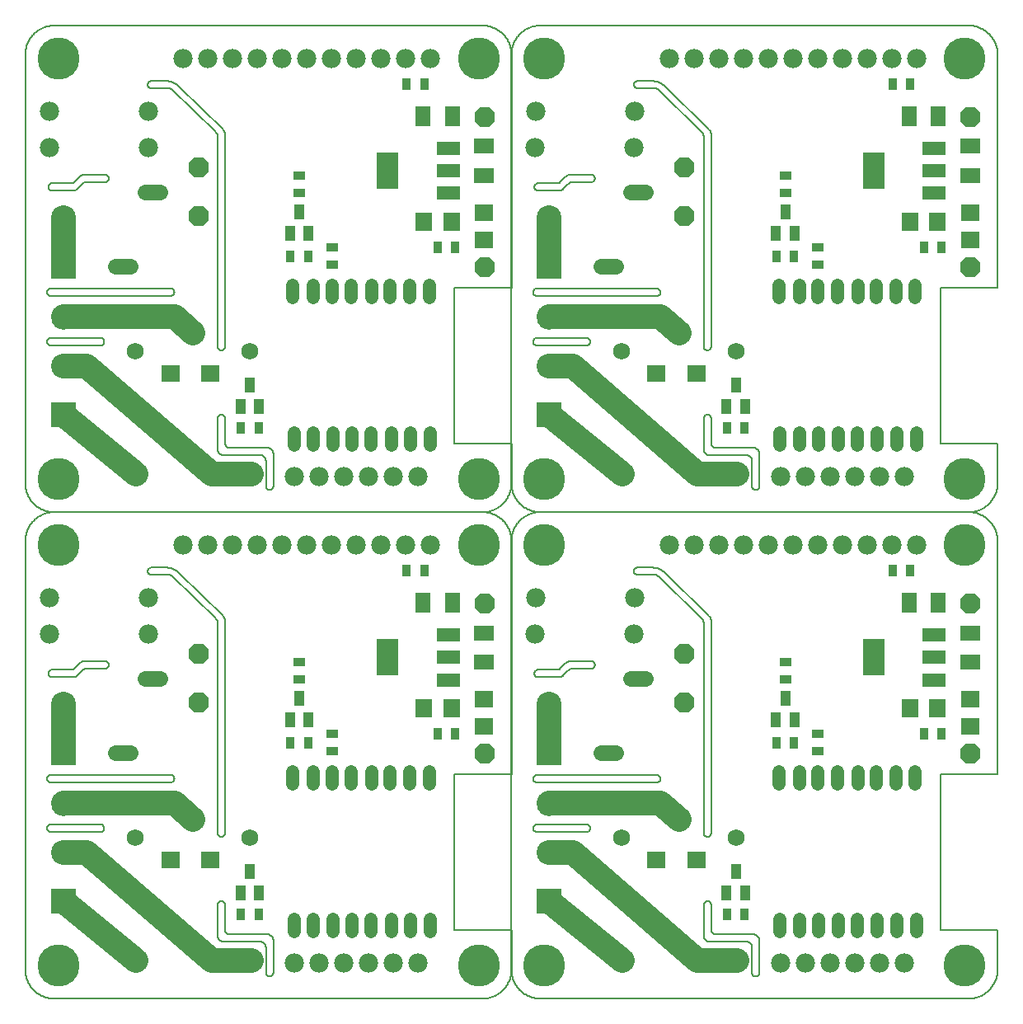
<source format=gbs>
G75*
%MOIN*%
%OFA0B0*%
%FSLAX25Y25*%
%IPPOS*%
%LPD*%
%AMOC8*
5,1,8,0,0,1.08239X$1,22.5*
%
%ADD10C,0.00800*%
%ADD11C,0.00500*%
%ADD12C,0.10000*%
%ADD13R,0.09200X0.05200*%
%ADD14R,0.09061X0.14573*%
%ADD15R,0.08274X0.06306*%
%ADD16R,0.06699X0.07487*%
%ADD17R,0.03550X0.05124*%
%ADD18C,0.05400*%
%ADD19C,0.06896*%
%ADD20OC8,0.08274*%
%ADD21C,0.07800*%
%ADD22R,0.04337X0.05912*%
%ADD23R,0.05124X0.03550*%
%ADD24R,0.07487X0.07093*%
%ADD25C,0.06400*%
%ADD26R,0.09900X0.09900*%
%ADD27C,0.09900*%
%ADD28R,0.07487X0.06699*%
%ADD29R,0.06306X0.08274*%
%ADD30C,0.16998*%
D10*
X0012962Y0001400D02*
X0186190Y0001400D01*
X0186475Y0001403D01*
X0186761Y0001414D01*
X0187046Y0001431D01*
X0187330Y0001455D01*
X0187614Y0001486D01*
X0187897Y0001524D01*
X0188178Y0001569D01*
X0188459Y0001620D01*
X0188739Y0001678D01*
X0189017Y0001743D01*
X0189293Y0001815D01*
X0189567Y0001893D01*
X0189840Y0001978D01*
X0190110Y0002070D01*
X0190378Y0002168D01*
X0190644Y0002272D01*
X0190907Y0002383D01*
X0191167Y0002500D01*
X0191425Y0002623D01*
X0191679Y0002753D01*
X0191930Y0002889D01*
X0192178Y0003030D01*
X0192422Y0003178D01*
X0192663Y0003331D01*
X0192899Y0003491D01*
X0193132Y0003656D01*
X0193361Y0003826D01*
X0193586Y0004002D01*
X0193806Y0004184D01*
X0194022Y0004370D01*
X0194233Y0004562D01*
X0194440Y0004759D01*
X0194642Y0004961D01*
X0194839Y0005168D01*
X0195031Y0005379D01*
X0195217Y0005595D01*
X0195399Y0005815D01*
X0195575Y0006040D01*
X0195745Y0006269D01*
X0195910Y0006502D01*
X0196070Y0006738D01*
X0196223Y0006979D01*
X0196371Y0007223D01*
X0196512Y0007471D01*
X0196648Y0007722D01*
X0196778Y0007976D01*
X0196901Y0008234D01*
X0197018Y0008494D01*
X0197129Y0008757D01*
X0197233Y0009023D01*
X0197331Y0009291D01*
X0197423Y0009561D01*
X0197508Y0009834D01*
X0197586Y0010108D01*
X0197658Y0010384D01*
X0197723Y0010662D01*
X0197781Y0010942D01*
X0197832Y0011223D01*
X0197877Y0011504D01*
X0197915Y0011787D01*
X0197946Y0012071D01*
X0197970Y0012355D01*
X0197987Y0012640D01*
X0197998Y0012926D01*
X0198001Y0013211D01*
X0198001Y0029085D01*
X0174879Y0029085D01*
X0174879Y0092077D01*
X0198001Y0092077D01*
X0198001Y0186439D01*
X0197963Y0186439D02*
X0197963Y0013211D01*
X0197963Y0012924D01*
X0197971Y0012637D01*
X0197985Y0012351D01*
X0198007Y0012065D01*
X0198035Y0011780D01*
X0198071Y0011495D01*
X0198113Y0011211D01*
X0198163Y0010929D01*
X0198219Y0010647D01*
X0198283Y0010368D01*
X0198353Y0010090D01*
X0198430Y0009813D01*
X0198513Y0009539D01*
X0198604Y0009267D01*
X0198701Y0008997D01*
X0198804Y0008729D01*
X0198915Y0008464D01*
X0199031Y0008202D01*
X0199154Y0007943D01*
X0199284Y0007687D01*
X0199419Y0007435D01*
X0199561Y0007185D01*
X0199709Y0006939D01*
X0199863Y0006697D01*
X0200022Y0006459D01*
X0200188Y0006225D01*
X0200359Y0005995D01*
X0200536Y0005769D01*
X0200718Y0005547D01*
X0200906Y0005331D01*
X0201099Y0005118D01*
X0201297Y0004911D01*
X0201500Y0004708D01*
X0201708Y0004511D01*
X0201921Y0004319D01*
X0202139Y0004132D01*
X0202361Y0003950D01*
X0202587Y0003774D01*
X0202818Y0003603D01*
X0203052Y0003439D01*
X0203291Y0003280D01*
X0203534Y0003127D01*
X0203780Y0002979D01*
X0204030Y0002839D01*
X0204283Y0002704D01*
X0204539Y0002575D01*
X0204799Y0002453D01*
X0205061Y0002337D01*
X0205327Y0002228D01*
X0205594Y0002125D01*
X0205865Y0002029D01*
X0206137Y0001939D01*
X0206412Y0001856D01*
X0206688Y0001780D01*
X0206967Y0001711D01*
X0207247Y0001649D01*
X0207528Y0001593D01*
X0207811Y0001544D01*
X0208094Y0001503D01*
X0208379Y0001468D01*
X0208665Y0001441D01*
X0208951Y0001420D01*
X0209237Y0001406D01*
X0209524Y0001400D01*
X0382753Y0001400D01*
X0383038Y0001403D01*
X0383324Y0001414D01*
X0383609Y0001431D01*
X0383893Y0001455D01*
X0384177Y0001486D01*
X0384460Y0001524D01*
X0384741Y0001569D01*
X0385022Y0001620D01*
X0385302Y0001678D01*
X0385580Y0001743D01*
X0385856Y0001815D01*
X0386130Y0001893D01*
X0386403Y0001978D01*
X0386673Y0002070D01*
X0386941Y0002168D01*
X0387207Y0002272D01*
X0387470Y0002383D01*
X0387730Y0002500D01*
X0387988Y0002623D01*
X0388242Y0002753D01*
X0388493Y0002889D01*
X0388741Y0003030D01*
X0388985Y0003178D01*
X0389226Y0003331D01*
X0389462Y0003491D01*
X0389695Y0003656D01*
X0389924Y0003826D01*
X0390149Y0004002D01*
X0390369Y0004184D01*
X0390585Y0004370D01*
X0390796Y0004562D01*
X0391003Y0004759D01*
X0391205Y0004961D01*
X0391402Y0005168D01*
X0391594Y0005379D01*
X0391780Y0005595D01*
X0391962Y0005815D01*
X0392138Y0006040D01*
X0392308Y0006269D01*
X0392473Y0006502D01*
X0392633Y0006738D01*
X0392786Y0006979D01*
X0392934Y0007223D01*
X0393075Y0007471D01*
X0393211Y0007722D01*
X0393341Y0007976D01*
X0393464Y0008234D01*
X0393581Y0008494D01*
X0393692Y0008757D01*
X0393796Y0009023D01*
X0393894Y0009291D01*
X0393986Y0009561D01*
X0394071Y0009834D01*
X0394149Y0010108D01*
X0394221Y0010384D01*
X0394286Y0010662D01*
X0394344Y0010942D01*
X0394395Y0011223D01*
X0394440Y0011504D01*
X0394478Y0011787D01*
X0394509Y0012071D01*
X0394533Y0012355D01*
X0394550Y0012640D01*
X0394561Y0012926D01*
X0394564Y0013211D01*
X0394564Y0029085D01*
X0371442Y0029085D01*
X0371442Y0092077D01*
X0394564Y0092077D01*
X0394564Y0186439D01*
X0394564Y0186440D02*
X0394559Y0186723D01*
X0394547Y0187007D01*
X0394528Y0187290D01*
X0394503Y0187573D01*
X0394471Y0187855D01*
X0394432Y0188136D01*
X0394386Y0188417D01*
X0394333Y0188696D01*
X0394274Y0188973D01*
X0394207Y0189249D01*
X0394135Y0189524D01*
X0394055Y0189796D01*
X0393969Y0190067D01*
X0393877Y0190335D01*
X0393778Y0190602D01*
X0393673Y0190865D01*
X0393561Y0191126D01*
X0393443Y0191385D01*
X0393319Y0191640D01*
X0393189Y0191892D01*
X0393053Y0192141D01*
X0392910Y0192387D01*
X0392762Y0192629D01*
X0392608Y0192868D01*
X0392449Y0193103D01*
X0392283Y0193333D01*
X0392112Y0193560D01*
X0391936Y0193783D01*
X0391755Y0194001D01*
X0391568Y0194215D01*
X0391376Y0194424D01*
X0391179Y0194628D01*
X0390977Y0194828D01*
X0390770Y0195023D01*
X0390559Y0195213D01*
X0390343Y0195397D01*
X0390123Y0195576D01*
X0389899Y0195750D01*
X0389670Y0195919D01*
X0389438Y0196082D01*
X0389201Y0196239D01*
X0388961Y0196390D01*
X0388717Y0196536D01*
X0388470Y0196675D01*
X0388220Y0196809D01*
X0387966Y0196937D01*
X0387709Y0197058D01*
X0387450Y0197173D01*
X0387188Y0197282D01*
X0386923Y0197385D01*
X0386656Y0197481D01*
X0386386Y0197570D01*
X0386115Y0197653D01*
X0385841Y0197730D01*
X0385566Y0197799D01*
X0385289Y0197863D01*
X0385011Y0197919D01*
X0384731Y0197969D01*
X0384451Y0198012D01*
X0384169Y0198048D01*
X0383887Y0198077D01*
X0383604Y0198099D01*
X0383320Y0198115D01*
X0383036Y0198124D01*
X0382752Y0198126D01*
X0382753Y0198125D02*
X0209524Y0198125D01*
X0209524Y0198087D02*
X0382753Y0198087D01*
X0382753Y0198088D02*
X0383038Y0198091D01*
X0383324Y0198102D01*
X0383609Y0198119D01*
X0383893Y0198143D01*
X0384177Y0198174D01*
X0384460Y0198212D01*
X0384741Y0198257D01*
X0385022Y0198308D01*
X0385302Y0198366D01*
X0385580Y0198431D01*
X0385856Y0198503D01*
X0386130Y0198581D01*
X0386403Y0198666D01*
X0386673Y0198758D01*
X0386941Y0198856D01*
X0387207Y0198960D01*
X0387470Y0199071D01*
X0387730Y0199188D01*
X0387988Y0199311D01*
X0388242Y0199441D01*
X0388493Y0199577D01*
X0388741Y0199718D01*
X0388985Y0199866D01*
X0389226Y0200019D01*
X0389462Y0200179D01*
X0389695Y0200344D01*
X0389924Y0200514D01*
X0390149Y0200690D01*
X0390369Y0200872D01*
X0390585Y0201058D01*
X0390796Y0201250D01*
X0391003Y0201447D01*
X0391205Y0201649D01*
X0391402Y0201856D01*
X0391594Y0202067D01*
X0391780Y0202283D01*
X0391962Y0202503D01*
X0392138Y0202728D01*
X0392308Y0202957D01*
X0392473Y0203190D01*
X0392633Y0203426D01*
X0392786Y0203667D01*
X0392934Y0203911D01*
X0393075Y0204159D01*
X0393211Y0204410D01*
X0393341Y0204664D01*
X0393464Y0204922D01*
X0393581Y0205182D01*
X0393692Y0205445D01*
X0393796Y0205711D01*
X0393894Y0205979D01*
X0393986Y0206249D01*
X0394071Y0206522D01*
X0394149Y0206796D01*
X0394221Y0207072D01*
X0394286Y0207350D01*
X0394344Y0207630D01*
X0394395Y0207911D01*
X0394440Y0208192D01*
X0394478Y0208475D01*
X0394509Y0208759D01*
X0394533Y0209043D01*
X0394550Y0209328D01*
X0394561Y0209614D01*
X0394564Y0209899D01*
X0394564Y0225773D01*
X0371442Y0225773D01*
X0371442Y0288765D01*
X0394564Y0288765D01*
X0394564Y0383127D01*
X0394559Y0383410D01*
X0394547Y0383694D01*
X0394528Y0383977D01*
X0394503Y0384260D01*
X0394471Y0384542D01*
X0394432Y0384823D01*
X0394386Y0385104D01*
X0394333Y0385383D01*
X0394274Y0385660D01*
X0394207Y0385936D01*
X0394135Y0386211D01*
X0394055Y0386483D01*
X0393969Y0386754D01*
X0393877Y0387022D01*
X0393778Y0387289D01*
X0393673Y0387552D01*
X0393561Y0387813D01*
X0393443Y0388072D01*
X0393319Y0388327D01*
X0393189Y0388579D01*
X0393053Y0388828D01*
X0392910Y0389074D01*
X0392762Y0389316D01*
X0392608Y0389555D01*
X0392449Y0389790D01*
X0392283Y0390020D01*
X0392112Y0390247D01*
X0391936Y0390470D01*
X0391755Y0390688D01*
X0391568Y0390902D01*
X0391376Y0391111D01*
X0391179Y0391315D01*
X0390977Y0391515D01*
X0390770Y0391710D01*
X0390559Y0391900D01*
X0390343Y0392084D01*
X0390123Y0392263D01*
X0389899Y0392437D01*
X0389670Y0392606D01*
X0389438Y0392769D01*
X0389201Y0392926D01*
X0388961Y0393077D01*
X0388717Y0393223D01*
X0388470Y0393362D01*
X0388220Y0393496D01*
X0387966Y0393624D01*
X0387709Y0393745D01*
X0387450Y0393860D01*
X0387188Y0393969D01*
X0386923Y0394072D01*
X0386656Y0394168D01*
X0386386Y0394257D01*
X0386115Y0394340D01*
X0385841Y0394417D01*
X0385566Y0394486D01*
X0385289Y0394550D01*
X0385011Y0394606D01*
X0384731Y0394656D01*
X0384451Y0394699D01*
X0384169Y0394735D01*
X0383887Y0394764D01*
X0383604Y0394786D01*
X0383320Y0394802D01*
X0383036Y0394811D01*
X0382752Y0394813D01*
X0382753Y0394813D02*
X0209524Y0394813D01*
X0209244Y0394808D01*
X0208963Y0394796D01*
X0208683Y0394778D01*
X0208403Y0394753D01*
X0208124Y0394721D01*
X0207846Y0394682D01*
X0207568Y0394636D01*
X0207292Y0394584D01*
X0207018Y0394526D01*
X0206745Y0394460D01*
X0206473Y0394388D01*
X0206203Y0394310D01*
X0205936Y0394225D01*
X0205670Y0394133D01*
X0205407Y0394035D01*
X0205146Y0393931D01*
X0204888Y0393821D01*
X0204632Y0393704D01*
X0204379Y0393581D01*
X0204130Y0393452D01*
X0203883Y0393317D01*
X0203640Y0393177D01*
X0203401Y0393030D01*
X0203165Y0392878D01*
X0202932Y0392720D01*
X0202704Y0392556D01*
X0202480Y0392387D01*
X0202260Y0392213D01*
X0202044Y0392033D01*
X0201832Y0391848D01*
X0201625Y0391658D01*
X0201423Y0391463D01*
X0201225Y0391264D01*
X0201033Y0391059D01*
X0200845Y0390850D01*
X0200662Y0390637D01*
X0200485Y0390419D01*
X0200313Y0390197D01*
X0200146Y0389971D01*
X0199985Y0389741D01*
X0199830Y0389507D01*
X0199680Y0389269D01*
X0199536Y0389028D01*
X0199398Y0388783D01*
X0199266Y0388536D01*
X0199139Y0388285D01*
X0199019Y0388031D01*
X0198905Y0387774D01*
X0198798Y0387514D01*
X0198696Y0387252D01*
X0198601Y0386988D01*
X0198513Y0386722D01*
X0198431Y0386453D01*
X0198355Y0386182D01*
X0198286Y0385910D01*
X0198224Y0385636D01*
X0198168Y0385361D01*
X0198119Y0385084D01*
X0198076Y0384807D01*
X0198040Y0384528D01*
X0198011Y0384249D01*
X0197989Y0383969D01*
X0197974Y0383688D01*
X0197965Y0383407D01*
X0197963Y0383126D01*
X0197963Y0383127D02*
X0197963Y0209899D01*
X0198001Y0209899D02*
X0198001Y0225773D01*
X0174879Y0225773D01*
X0174879Y0288765D01*
X0198001Y0288765D01*
X0198001Y0383127D01*
X0198002Y0383127D02*
X0197997Y0383410D01*
X0197985Y0383694D01*
X0197966Y0383977D01*
X0197941Y0384260D01*
X0197909Y0384542D01*
X0197870Y0384823D01*
X0197824Y0385104D01*
X0197771Y0385383D01*
X0197712Y0385660D01*
X0197645Y0385936D01*
X0197573Y0386211D01*
X0197493Y0386483D01*
X0197407Y0386754D01*
X0197315Y0387022D01*
X0197216Y0387289D01*
X0197111Y0387552D01*
X0196999Y0387813D01*
X0196881Y0388072D01*
X0196757Y0388327D01*
X0196627Y0388579D01*
X0196491Y0388828D01*
X0196348Y0389074D01*
X0196200Y0389316D01*
X0196046Y0389555D01*
X0195887Y0389790D01*
X0195721Y0390020D01*
X0195550Y0390247D01*
X0195374Y0390470D01*
X0195193Y0390688D01*
X0195006Y0390902D01*
X0194814Y0391111D01*
X0194617Y0391315D01*
X0194415Y0391515D01*
X0194208Y0391710D01*
X0193997Y0391900D01*
X0193781Y0392084D01*
X0193561Y0392263D01*
X0193337Y0392437D01*
X0193108Y0392606D01*
X0192876Y0392769D01*
X0192639Y0392926D01*
X0192399Y0393077D01*
X0192155Y0393223D01*
X0191908Y0393362D01*
X0191658Y0393496D01*
X0191404Y0393624D01*
X0191147Y0393745D01*
X0190888Y0393860D01*
X0190626Y0393969D01*
X0190361Y0394072D01*
X0190094Y0394168D01*
X0189824Y0394257D01*
X0189553Y0394340D01*
X0189279Y0394417D01*
X0189004Y0394486D01*
X0188727Y0394550D01*
X0188449Y0394606D01*
X0188169Y0394656D01*
X0187889Y0394699D01*
X0187607Y0394735D01*
X0187325Y0394764D01*
X0187042Y0394786D01*
X0186758Y0394802D01*
X0186474Y0394811D01*
X0186190Y0394813D01*
X0012962Y0394813D01*
X0012961Y0394813D02*
X0012681Y0394808D01*
X0012400Y0394796D01*
X0012120Y0394778D01*
X0011840Y0394753D01*
X0011561Y0394721D01*
X0011283Y0394682D01*
X0011005Y0394636D01*
X0010729Y0394584D01*
X0010455Y0394526D01*
X0010182Y0394460D01*
X0009910Y0394388D01*
X0009640Y0394310D01*
X0009373Y0394225D01*
X0009107Y0394133D01*
X0008844Y0394035D01*
X0008583Y0393931D01*
X0008325Y0393821D01*
X0008069Y0393704D01*
X0007816Y0393581D01*
X0007567Y0393452D01*
X0007320Y0393317D01*
X0007077Y0393177D01*
X0006838Y0393030D01*
X0006602Y0392878D01*
X0006369Y0392720D01*
X0006141Y0392556D01*
X0005917Y0392387D01*
X0005697Y0392213D01*
X0005481Y0392033D01*
X0005269Y0391848D01*
X0005062Y0391658D01*
X0004860Y0391463D01*
X0004662Y0391264D01*
X0004470Y0391059D01*
X0004282Y0390850D01*
X0004099Y0390637D01*
X0003922Y0390419D01*
X0003750Y0390197D01*
X0003583Y0389971D01*
X0003422Y0389741D01*
X0003267Y0389507D01*
X0003117Y0389269D01*
X0002973Y0389028D01*
X0002835Y0388783D01*
X0002703Y0388536D01*
X0002576Y0388285D01*
X0002456Y0388031D01*
X0002342Y0387774D01*
X0002235Y0387514D01*
X0002133Y0387252D01*
X0002038Y0386988D01*
X0001950Y0386722D01*
X0001868Y0386453D01*
X0001792Y0386182D01*
X0001723Y0385910D01*
X0001661Y0385636D01*
X0001605Y0385361D01*
X0001556Y0385084D01*
X0001513Y0384807D01*
X0001477Y0384528D01*
X0001448Y0384249D01*
X0001426Y0383969D01*
X0001411Y0383688D01*
X0001402Y0383407D01*
X0001400Y0383126D01*
X0001401Y0383127D02*
X0001401Y0209899D01*
X0001401Y0209612D01*
X0001409Y0209325D01*
X0001423Y0209039D01*
X0001445Y0208753D01*
X0001473Y0208468D01*
X0001509Y0208183D01*
X0001551Y0207899D01*
X0001601Y0207617D01*
X0001657Y0207335D01*
X0001721Y0207056D01*
X0001791Y0206778D01*
X0001868Y0206501D01*
X0001951Y0206227D01*
X0002042Y0205955D01*
X0002139Y0205685D01*
X0002242Y0205417D01*
X0002353Y0205152D01*
X0002469Y0204890D01*
X0002592Y0204631D01*
X0002722Y0204375D01*
X0002857Y0204123D01*
X0002999Y0203873D01*
X0003147Y0203627D01*
X0003301Y0203385D01*
X0003460Y0203147D01*
X0003626Y0202913D01*
X0003797Y0202683D01*
X0003974Y0202457D01*
X0004156Y0202235D01*
X0004344Y0202019D01*
X0004537Y0201806D01*
X0004735Y0201599D01*
X0004938Y0201396D01*
X0005146Y0201199D01*
X0005359Y0201007D01*
X0005577Y0200820D01*
X0005799Y0200638D01*
X0006025Y0200462D01*
X0006256Y0200291D01*
X0006490Y0200127D01*
X0006729Y0199968D01*
X0006972Y0199815D01*
X0007218Y0199667D01*
X0007468Y0199527D01*
X0007721Y0199392D01*
X0007977Y0199263D01*
X0008237Y0199141D01*
X0008499Y0199025D01*
X0008765Y0198916D01*
X0009032Y0198813D01*
X0009303Y0198717D01*
X0009575Y0198627D01*
X0009850Y0198544D01*
X0010126Y0198468D01*
X0010405Y0198399D01*
X0010685Y0198337D01*
X0010966Y0198281D01*
X0011249Y0198232D01*
X0011532Y0198191D01*
X0011817Y0198156D01*
X0012103Y0198129D01*
X0012389Y0198108D01*
X0012675Y0198094D01*
X0012962Y0198088D01*
X0012962Y0198087D02*
X0186190Y0198087D01*
X0186190Y0198125D02*
X0012962Y0198125D01*
X0012961Y0198126D02*
X0012681Y0198121D01*
X0012400Y0198109D01*
X0012120Y0198091D01*
X0011840Y0198066D01*
X0011561Y0198034D01*
X0011283Y0197995D01*
X0011005Y0197949D01*
X0010729Y0197897D01*
X0010455Y0197839D01*
X0010182Y0197773D01*
X0009910Y0197701D01*
X0009640Y0197623D01*
X0009373Y0197538D01*
X0009107Y0197446D01*
X0008844Y0197348D01*
X0008583Y0197244D01*
X0008325Y0197134D01*
X0008069Y0197017D01*
X0007816Y0196894D01*
X0007567Y0196765D01*
X0007320Y0196630D01*
X0007077Y0196490D01*
X0006838Y0196343D01*
X0006602Y0196191D01*
X0006369Y0196033D01*
X0006141Y0195869D01*
X0005917Y0195700D01*
X0005697Y0195526D01*
X0005481Y0195346D01*
X0005269Y0195161D01*
X0005062Y0194971D01*
X0004860Y0194776D01*
X0004662Y0194577D01*
X0004470Y0194372D01*
X0004282Y0194163D01*
X0004099Y0193950D01*
X0003922Y0193732D01*
X0003750Y0193510D01*
X0003583Y0193284D01*
X0003422Y0193054D01*
X0003267Y0192820D01*
X0003117Y0192582D01*
X0002973Y0192341D01*
X0002835Y0192096D01*
X0002703Y0191849D01*
X0002576Y0191598D01*
X0002456Y0191344D01*
X0002342Y0191087D01*
X0002235Y0190827D01*
X0002133Y0190565D01*
X0002038Y0190301D01*
X0001950Y0190035D01*
X0001868Y0189766D01*
X0001792Y0189495D01*
X0001723Y0189223D01*
X0001661Y0188949D01*
X0001605Y0188674D01*
X0001556Y0188397D01*
X0001513Y0188120D01*
X0001477Y0187841D01*
X0001448Y0187562D01*
X0001426Y0187282D01*
X0001411Y0187001D01*
X0001402Y0186720D01*
X0001400Y0186439D01*
X0001401Y0186439D02*
X0001401Y0013211D01*
X0001401Y0012924D01*
X0001409Y0012637D01*
X0001423Y0012351D01*
X0001445Y0012065D01*
X0001473Y0011780D01*
X0001509Y0011495D01*
X0001551Y0011211D01*
X0001601Y0010929D01*
X0001657Y0010647D01*
X0001721Y0010368D01*
X0001791Y0010090D01*
X0001868Y0009813D01*
X0001951Y0009539D01*
X0002042Y0009267D01*
X0002139Y0008997D01*
X0002242Y0008729D01*
X0002353Y0008464D01*
X0002469Y0008202D01*
X0002592Y0007943D01*
X0002722Y0007687D01*
X0002857Y0007435D01*
X0002999Y0007185D01*
X0003147Y0006939D01*
X0003301Y0006697D01*
X0003460Y0006459D01*
X0003626Y0006225D01*
X0003797Y0005995D01*
X0003974Y0005769D01*
X0004156Y0005547D01*
X0004344Y0005331D01*
X0004537Y0005118D01*
X0004735Y0004911D01*
X0004938Y0004708D01*
X0005146Y0004511D01*
X0005359Y0004319D01*
X0005577Y0004132D01*
X0005799Y0003950D01*
X0006025Y0003774D01*
X0006256Y0003603D01*
X0006490Y0003439D01*
X0006729Y0003280D01*
X0006972Y0003127D01*
X0007218Y0002979D01*
X0007468Y0002839D01*
X0007721Y0002704D01*
X0007977Y0002575D01*
X0008237Y0002453D01*
X0008499Y0002337D01*
X0008765Y0002228D01*
X0009032Y0002125D01*
X0009303Y0002029D01*
X0009575Y0001939D01*
X0009850Y0001856D01*
X0010126Y0001780D01*
X0010405Y0001711D01*
X0010685Y0001649D01*
X0010966Y0001593D01*
X0011249Y0001544D01*
X0011532Y0001503D01*
X0011817Y0001468D01*
X0012103Y0001441D01*
X0012389Y0001420D01*
X0012675Y0001406D01*
X0012962Y0001400D01*
X0198002Y0186440D02*
X0197997Y0186723D01*
X0197985Y0187007D01*
X0197966Y0187290D01*
X0197941Y0187573D01*
X0197909Y0187855D01*
X0197870Y0188136D01*
X0197824Y0188417D01*
X0197771Y0188696D01*
X0197712Y0188973D01*
X0197645Y0189249D01*
X0197573Y0189524D01*
X0197493Y0189796D01*
X0197407Y0190067D01*
X0197315Y0190335D01*
X0197216Y0190602D01*
X0197111Y0190865D01*
X0196999Y0191126D01*
X0196881Y0191385D01*
X0196757Y0191640D01*
X0196627Y0191892D01*
X0196491Y0192141D01*
X0196348Y0192387D01*
X0196200Y0192629D01*
X0196046Y0192868D01*
X0195887Y0193103D01*
X0195721Y0193333D01*
X0195550Y0193560D01*
X0195374Y0193783D01*
X0195193Y0194001D01*
X0195006Y0194215D01*
X0194814Y0194424D01*
X0194617Y0194628D01*
X0194415Y0194828D01*
X0194208Y0195023D01*
X0193997Y0195213D01*
X0193781Y0195397D01*
X0193561Y0195576D01*
X0193337Y0195750D01*
X0193108Y0195919D01*
X0192876Y0196082D01*
X0192639Y0196239D01*
X0192399Y0196390D01*
X0192155Y0196536D01*
X0191908Y0196675D01*
X0191658Y0196809D01*
X0191404Y0196937D01*
X0191147Y0197058D01*
X0190888Y0197173D01*
X0190626Y0197282D01*
X0190361Y0197385D01*
X0190094Y0197481D01*
X0189824Y0197570D01*
X0189553Y0197653D01*
X0189279Y0197730D01*
X0189004Y0197799D01*
X0188727Y0197863D01*
X0188449Y0197919D01*
X0188169Y0197969D01*
X0187889Y0198012D01*
X0187607Y0198048D01*
X0187325Y0198077D01*
X0187042Y0198099D01*
X0186758Y0198115D01*
X0186474Y0198124D01*
X0186190Y0198126D01*
X0186190Y0198088D02*
X0186475Y0198091D01*
X0186761Y0198102D01*
X0187046Y0198119D01*
X0187330Y0198143D01*
X0187614Y0198174D01*
X0187897Y0198212D01*
X0188178Y0198257D01*
X0188459Y0198308D01*
X0188739Y0198366D01*
X0189017Y0198431D01*
X0189293Y0198503D01*
X0189567Y0198581D01*
X0189840Y0198666D01*
X0190110Y0198758D01*
X0190378Y0198856D01*
X0190644Y0198960D01*
X0190907Y0199071D01*
X0191167Y0199188D01*
X0191425Y0199311D01*
X0191679Y0199441D01*
X0191930Y0199577D01*
X0192178Y0199718D01*
X0192422Y0199866D01*
X0192663Y0200019D01*
X0192899Y0200179D01*
X0193132Y0200344D01*
X0193361Y0200514D01*
X0193586Y0200690D01*
X0193806Y0200872D01*
X0194022Y0201058D01*
X0194233Y0201250D01*
X0194440Y0201447D01*
X0194642Y0201649D01*
X0194839Y0201856D01*
X0195031Y0202067D01*
X0195217Y0202283D01*
X0195399Y0202503D01*
X0195575Y0202728D01*
X0195745Y0202957D01*
X0195910Y0203190D01*
X0196070Y0203426D01*
X0196223Y0203667D01*
X0196371Y0203911D01*
X0196512Y0204159D01*
X0196648Y0204410D01*
X0196778Y0204664D01*
X0196901Y0204922D01*
X0197018Y0205182D01*
X0197129Y0205445D01*
X0197233Y0205711D01*
X0197331Y0205979D01*
X0197423Y0206249D01*
X0197508Y0206522D01*
X0197586Y0206796D01*
X0197658Y0207072D01*
X0197723Y0207350D01*
X0197781Y0207630D01*
X0197832Y0207911D01*
X0197877Y0208192D01*
X0197915Y0208475D01*
X0197946Y0208759D01*
X0197970Y0209043D01*
X0197987Y0209328D01*
X0197998Y0209614D01*
X0198001Y0209899D01*
X0197963Y0209899D02*
X0197963Y0209612D01*
X0197971Y0209325D01*
X0197985Y0209039D01*
X0198007Y0208753D01*
X0198035Y0208468D01*
X0198071Y0208183D01*
X0198113Y0207899D01*
X0198163Y0207617D01*
X0198219Y0207335D01*
X0198283Y0207056D01*
X0198353Y0206778D01*
X0198430Y0206501D01*
X0198513Y0206227D01*
X0198604Y0205955D01*
X0198701Y0205685D01*
X0198804Y0205417D01*
X0198915Y0205152D01*
X0199031Y0204890D01*
X0199154Y0204631D01*
X0199284Y0204375D01*
X0199419Y0204123D01*
X0199561Y0203873D01*
X0199709Y0203627D01*
X0199863Y0203385D01*
X0200022Y0203147D01*
X0200188Y0202913D01*
X0200359Y0202683D01*
X0200536Y0202457D01*
X0200718Y0202235D01*
X0200906Y0202019D01*
X0201099Y0201806D01*
X0201297Y0201599D01*
X0201500Y0201396D01*
X0201708Y0201199D01*
X0201921Y0201007D01*
X0202139Y0200820D01*
X0202361Y0200638D01*
X0202587Y0200462D01*
X0202818Y0200291D01*
X0203052Y0200127D01*
X0203291Y0199968D01*
X0203534Y0199815D01*
X0203780Y0199667D01*
X0204030Y0199527D01*
X0204283Y0199392D01*
X0204539Y0199263D01*
X0204799Y0199141D01*
X0205061Y0199025D01*
X0205327Y0198916D01*
X0205594Y0198813D01*
X0205865Y0198717D01*
X0206137Y0198627D01*
X0206412Y0198544D01*
X0206688Y0198468D01*
X0206967Y0198399D01*
X0207247Y0198337D01*
X0207528Y0198281D01*
X0207811Y0198232D01*
X0208094Y0198191D01*
X0208379Y0198156D01*
X0208665Y0198129D01*
X0208951Y0198108D01*
X0209237Y0198094D01*
X0209524Y0198088D01*
X0209524Y0198126D02*
X0209244Y0198121D01*
X0208963Y0198109D01*
X0208683Y0198091D01*
X0208403Y0198066D01*
X0208124Y0198034D01*
X0207846Y0197995D01*
X0207568Y0197949D01*
X0207292Y0197897D01*
X0207018Y0197839D01*
X0206745Y0197773D01*
X0206473Y0197701D01*
X0206203Y0197623D01*
X0205936Y0197538D01*
X0205670Y0197446D01*
X0205407Y0197348D01*
X0205146Y0197244D01*
X0204888Y0197134D01*
X0204632Y0197017D01*
X0204379Y0196894D01*
X0204130Y0196765D01*
X0203883Y0196630D01*
X0203640Y0196490D01*
X0203401Y0196343D01*
X0203165Y0196191D01*
X0202932Y0196033D01*
X0202704Y0195869D01*
X0202480Y0195700D01*
X0202260Y0195526D01*
X0202044Y0195346D01*
X0201832Y0195161D01*
X0201625Y0194971D01*
X0201423Y0194776D01*
X0201225Y0194577D01*
X0201033Y0194372D01*
X0200845Y0194163D01*
X0200662Y0193950D01*
X0200485Y0193732D01*
X0200313Y0193510D01*
X0200146Y0193284D01*
X0199985Y0193054D01*
X0199830Y0192820D01*
X0199680Y0192582D01*
X0199536Y0192341D01*
X0199398Y0192096D01*
X0199266Y0191849D01*
X0199139Y0191598D01*
X0199019Y0191344D01*
X0198905Y0191087D01*
X0198798Y0190827D01*
X0198696Y0190565D01*
X0198601Y0190301D01*
X0198513Y0190035D01*
X0198431Y0189766D01*
X0198355Y0189495D01*
X0198286Y0189223D01*
X0198224Y0188949D01*
X0198168Y0188674D01*
X0198119Y0188397D01*
X0198076Y0188120D01*
X0198040Y0187841D01*
X0198011Y0187562D01*
X0197989Y0187282D01*
X0197974Y0187001D01*
X0197965Y0186720D01*
X0197963Y0186439D01*
D11*
X0248713Y0175650D02*
X0255463Y0175650D01*
X0255499Y0172900D02*
X0248713Y0172900D01*
X0248641Y0172908D01*
X0248570Y0172920D01*
X0248499Y0172936D01*
X0248430Y0172956D01*
X0248361Y0172979D01*
X0248294Y0173006D01*
X0248228Y0173036D01*
X0248164Y0173069D01*
X0248102Y0173106D01*
X0248042Y0173146D01*
X0247984Y0173190D01*
X0247928Y0173236D01*
X0247875Y0173285D01*
X0247825Y0173337D01*
X0247777Y0173391D01*
X0247732Y0173448D01*
X0247690Y0173507D01*
X0247652Y0173568D01*
X0247616Y0173631D01*
X0247584Y0173696D01*
X0247556Y0173762D01*
X0247531Y0173830D01*
X0247509Y0173899D01*
X0247491Y0173969D01*
X0247477Y0174040D01*
X0247467Y0174111D01*
X0247460Y0174183D01*
X0247457Y0174256D01*
X0247458Y0174328D01*
X0247463Y0174400D01*
X0247465Y0174468D01*
X0247470Y0174535D01*
X0247479Y0174602D01*
X0247492Y0174669D01*
X0247509Y0174734D01*
X0247528Y0174799D01*
X0247552Y0174863D01*
X0247579Y0174925D01*
X0247609Y0174986D01*
X0247642Y0175044D01*
X0247678Y0175101D01*
X0247718Y0175156D01*
X0247760Y0175209D01*
X0247806Y0175260D01*
X0247853Y0175307D01*
X0247904Y0175353D01*
X0247957Y0175395D01*
X0248012Y0175435D01*
X0248069Y0175471D01*
X0248127Y0175504D01*
X0248188Y0175534D01*
X0248250Y0175561D01*
X0248314Y0175585D01*
X0248379Y0175604D01*
X0248444Y0175621D01*
X0248511Y0175634D01*
X0248578Y0175643D01*
X0248645Y0175648D01*
X0248713Y0175650D01*
X0255499Y0172900D02*
X0255600Y0172901D01*
X0255702Y0172899D01*
X0255803Y0172892D01*
X0255904Y0172883D01*
X0256005Y0172869D01*
X0256105Y0172851D01*
X0256204Y0172830D01*
X0256303Y0172805D01*
X0256400Y0172777D01*
X0256497Y0172744D01*
X0256592Y0172709D01*
X0256686Y0172669D01*
X0256778Y0172627D01*
X0256868Y0172580D01*
X0256957Y0172531D01*
X0257044Y0172478D01*
X0257129Y0172422D01*
X0257211Y0172363D01*
X0257292Y0172301D01*
X0257369Y0172235D01*
X0257445Y0172167D01*
X0257445Y0172168D02*
X0274981Y0155132D01*
X0277982Y0156132D02*
X0278052Y0156046D01*
X0278120Y0155958D01*
X0278184Y0155867D01*
X0278245Y0155774D01*
X0278302Y0155679D01*
X0278356Y0155582D01*
X0278407Y0155483D01*
X0278454Y0155382D01*
X0278498Y0155280D01*
X0278537Y0155176D01*
X0278573Y0155071D01*
X0278606Y0154964D01*
X0278634Y0154857D01*
X0278659Y0154749D01*
X0278679Y0154639D01*
X0278696Y0154529D01*
X0278709Y0154419D01*
X0278718Y0154308D01*
X0278723Y0154197D01*
X0278724Y0154086D01*
X0278721Y0153975D01*
X0278714Y0153864D01*
X0278713Y0153864D02*
X0278713Y0153900D01*
X0278713Y0153864D02*
X0278713Y0068400D01*
X0278711Y0068324D01*
X0278705Y0068248D01*
X0278696Y0068173D01*
X0278682Y0068098D01*
X0278665Y0068024D01*
X0278644Y0067951D01*
X0278620Y0067879D01*
X0278591Y0067808D01*
X0278560Y0067739D01*
X0278525Y0067672D01*
X0278486Y0067607D01*
X0278444Y0067543D01*
X0278399Y0067482D01*
X0278351Y0067423D01*
X0278300Y0067367D01*
X0278246Y0067313D01*
X0278190Y0067262D01*
X0278131Y0067214D01*
X0278070Y0067169D01*
X0278006Y0067127D01*
X0277941Y0067088D01*
X0277874Y0067053D01*
X0277805Y0067022D01*
X0277734Y0066993D01*
X0277662Y0066969D01*
X0277589Y0066948D01*
X0277515Y0066931D01*
X0277440Y0066917D01*
X0277365Y0066908D01*
X0277289Y0066902D01*
X0277213Y0066900D01*
X0277137Y0066902D01*
X0277061Y0066908D01*
X0276986Y0066917D01*
X0276911Y0066931D01*
X0276837Y0066948D01*
X0276764Y0066969D01*
X0276692Y0066993D01*
X0276621Y0067022D01*
X0276552Y0067053D01*
X0276485Y0067088D01*
X0276420Y0067127D01*
X0276356Y0067169D01*
X0276295Y0067214D01*
X0276236Y0067262D01*
X0276180Y0067313D01*
X0276126Y0067367D01*
X0276075Y0067423D01*
X0276027Y0067482D01*
X0275982Y0067543D01*
X0275940Y0067607D01*
X0275901Y0067672D01*
X0275866Y0067739D01*
X0275835Y0067808D01*
X0275806Y0067879D01*
X0275782Y0067951D01*
X0275761Y0068024D01*
X0275744Y0068098D01*
X0275730Y0068173D01*
X0275721Y0068248D01*
X0275715Y0068324D01*
X0275713Y0068400D01*
X0275713Y0153364D01*
X0275713Y0153400D01*
X0275713Y0153364D02*
X0275711Y0153462D01*
X0275705Y0153560D01*
X0275696Y0153658D01*
X0275682Y0153755D01*
X0275665Y0153852D01*
X0275644Y0153948D01*
X0275619Y0154043D01*
X0275591Y0154137D01*
X0275558Y0154229D01*
X0275523Y0154321D01*
X0275483Y0154411D01*
X0275441Y0154499D01*
X0275394Y0154586D01*
X0275345Y0154670D01*
X0275292Y0154753D01*
X0275236Y0154833D01*
X0275176Y0154912D01*
X0275114Y0154988D01*
X0275049Y0155061D01*
X0274981Y0155132D01*
X0277981Y0156132D02*
X0260067Y0173546D01*
X0259958Y0173660D01*
X0259847Y0173771D01*
X0259733Y0173880D01*
X0259617Y0173986D01*
X0259498Y0174089D01*
X0259377Y0174189D01*
X0259253Y0174287D01*
X0259127Y0174381D01*
X0258999Y0174472D01*
X0258868Y0174560D01*
X0258736Y0174646D01*
X0258602Y0174728D01*
X0258465Y0174806D01*
X0258327Y0174882D01*
X0258187Y0174954D01*
X0258046Y0175023D01*
X0257903Y0175088D01*
X0257758Y0175150D01*
X0257612Y0175209D01*
X0257464Y0175264D01*
X0257316Y0175315D01*
X0257166Y0175363D01*
X0257015Y0175407D01*
X0256863Y0175448D01*
X0256710Y0175485D01*
X0256556Y0175519D01*
X0256402Y0175549D01*
X0256246Y0175575D01*
X0256091Y0175597D01*
X0255934Y0175616D01*
X0255778Y0175631D01*
X0255621Y0175642D01*
X0255463Y0175650D01*
X0230213Y0137900D02*
X0222249Y0137900D01*
X0219981Y0137168D02*
X0217567Y0134754D01*
X0218946Y0132132D02*
X0218875Y0132064D01*
X0218802Y0131999D01*
X0218726Y0131937D01*
X0218647Y0131877D01*
X0218567Y0131821D01*
X0218484Y0131768D01*
X0218400Y0131719D01*
X0218313Y0131672D01*
X0218225Y0131630D01*
X0218135Y0131590D01*
X0218043Y0131555D01*
X0217951Y0131522D01*
X0217857Y0131494D01*
X0217762Y0131469D01*
X0217666Y0131448D01*
X0217569Y0131431D01*
X0217472Y0131417D01*
X0217374Y0131408D01*
X0217276Y0131402D01*
X0217178Y0131400D01*
X0208713Y0131400D01*
X0207213Y0132900D02*
X0207215Y0132976D01*
X0207221Y0133052D01*
X0207230Y0133127D01*
X0207244Y0133202D01*
X0207261Y0133276D01*
X0207282Y0133349D01*
X0207306Y0133421D01*
X0207335Y0133492D01*
X0207366Y0133561D01*
X0207401Y0133628D01*
X0207440Y0133693D01*
X0207482Y0133757D01*
X0207527Y0133818D01*
X0207575Y0133877D01*
X0207626Y0133933D01*
X0207680Y0133987D01*
X0207736Y0134038D01*
X0207795Y0134086D01*
X0207856Y0134131D01*
X0207920Y0134173D01*
X0207985Y0134212D01*
X0208052Y0134247D01*
X0208121Y0134278D01*
X0208192Y0134307D01*
X0208264Y0134331D01*
X0208337Y0134352D01*
X0208411Y0134369D01*
X0208486Y0134383D01*
X0208561Y0134392D01*
X0208637Y0134398D01*
X0208713Y0134400D01*
X0216213Y0134400D01*
X0216297Y0134391D01*
X0216381Y0134385D01*
X0216466Y0134383D01*
X0216550Y0134385D01*
X0216634Y0134391D01*
X0216718Y0134401D01*
X0216801Y0134415D01*
X0216884Y0134432D01*
X0216966Y0134453D01*
X0217046Y0134479D01*
X0217126Y0134507D01*
X0217204Y0134540D01*
X0217280Y0134576D01*
X0217355Y0134615D01*
X0217427Y0134658D01*
X0217498Y0134704D01*
X0217567Y0134754D01*
X0218945Y0132132D02*
X0220981Y0134168D01*
X0219981Y0137168D02*
X0220063Y0137235D01*
X0220148Y0137300D01*
X0220234Y0137362D01*
X0220323Y0137420D01*
X0220413Y0137476D01*
X0220506Y0137529D01*
X0220600Y0137578D01*
X0220696Y0137624D01*
X0220793Y0137667D01*
X0220892Y0137706D01*
X0220992Y0137743D01*
X0221093Y0137775D01*
X0221195Y0137804D01*
X0221298Y0137830D01*
X0221402Y0137852D01*
X0221507Y0137871D01*
X0221612Y0137886D01*
X0221718Y0137897D01*
X0221824Y0137905D01*
X0221930Y0137909D01*
X0222037Y0137910D01*
X0222143Y0137907D01*
X0222249Y0137900D01*
X0222749Y0134900D02*
X0230213Y0134900D01*
X0231713Y0136400D02*
X0231711Y0136476D01*
X0231705Y0136552D01*
X0231696Y0136627D01*
X0231682Y0136702D01*
X0231665Y0136776D01*
X0231644Y0136849D01*
X0231620Y0136921D01*
X0231591Y0136992D01*
X0231560Y0137061D01*
X0231525Y0137128D01*
X0231486Y0137193D01*
X0231444Y0137257D01*
X0231399Y0137318D01*
X0231351Y0137377D01*
X0231300Y0137433D01*
X0231246Y0137487D01*
X0231190Y0137538D01*
X0231131Y0137586D01*
X0231070Y0137631D01*
X0231006Y0137673D01*
X0230941Y0137712D01*
X0230874Y0137747D01*
X0230805Y0137778D01*
X0230734Y0137807D01*
X0230662Y0137831D01*
X0230589Y0137852D01*
X0230515Y0137869D01*
X0230440Y0137883D01*
X0230365Y0137892D01*
X0230289Y0137898D01*
X0230213Y0137900D01*
X0231713Y0136400D02*
X0231711Y0136324D01*
X0231705Y0136248D01*
X0231696Y0136173D01*
X0231682Y0136098D01*
X0231665Y0136024D01*
X0231644Y0135951D01*
X0231620Y0135879D01*
X0231591Y0135808D01*
X0231560Y0135739D01*
X0231525Y0135672D01*
X0231486Y0135607D01*
X0231444Y0135543D01*
X0231399Y0135482D01*
X0231351Y0135423D01*
X0231300Y0135367D01*
X0231246Y0135313D01*
X0231190Y0135262D01*
X0231131Y0135214D01*
X0231070Y0135169D01*
X0231006Y0135127D01*
X0230941Y0135088D01*
X0230874Y0135053D01*
X0230805Y0135022D01*
X0230734Y0134993D01*
X0230662Y0134969D01*
X0230589Y0134948D01*
X0230515Y0134931D01*
X0230440Y0134917D01*
X0230365Y0134908D01*
X0230289Y0134902D01*
X0230213Y0134900D01*
X0222749Y0134900D02*
X0222651Y0134898D01*
X0222553Y0134892D01*
X0222455Y0134883D01*
X0222358Y0134869D01*
X0222261Y0134852D01*
X0222165Y0134831D01*
X0222070Y0134806D01*
X0221976Y0134778D01*
X0221884Y0134745D01*
X0221792Y0134710D01*
X0221702Y0134670D01*
X0221614Y0134628D01*
X0221527Y0134581D01*
X0221443Y0134532D01*
X0221360Y0134479D01*
X0221280Y0134423D01*
X0221201Y0134363D01*
X0221125Y0134301D01*
X0221052Y0134236D01*
X0220981Y0134168D01*
X0208713Y0131400D02*
X0208637Y0131402D01*
X0208561Y0131408D01*
X0208486Y0131417D01*
X0208411Y0131431D01*
X0208337Y0131448D01*
X0208264Y0131469D01*
X0208192Y0131493D01*
X0208121Y0131522D01*
X0208052Y0131553D01*
X0207985Y0131588D01*
X0207920Y0131627D01*
X0207856Y0131669D01*
X0207795Y0131714D01*
X0207736Y0131762D01*
X0207680Y0131813D01*
X0207626Y0131867D01*
X0207575Y0131923D01*
X0207527Y0131982D01*
X0207482Y0132043D01*
X0207440Y0132107D01*
X0207401Y0132172D01*
X0207366Y0132239D01*
X0207335Y0132308D01*
X0207306Y0132379D01*
X0207282Y0132451D01*
X0207261Y0132524D01*
X0207244Y0132598D01*
X0207230Y0132673D01*
X0207221Y0132748D01*
X0207215Y0132824D01*
X0207213Y0132900D01*
X0208213Y0091900D02*
X0256713Y0091900D01*
X0256789Y0091898D01*
X0256865Y0091892D01*
X0256940Y0091883D01*
X0257015Y0091869D01*
X0257089Y0091852D01*
X0257162Y0091831D01*
X0257234Y0091807D01*
X0257305Y0091778D01*
X0257374Y0091747D01*
X0257441Y0091712D01*
X0257506Y0091673D01*
X0257570Y0091631D01*
X0257631Y0091586D01*
X0257690Y0091538D01*
X0257746Y0091487D01*
X0257800Y0091433D01*
X0257851Y0091377D01*
X0257899Y0091318D01*
X0257944Y0091257D01*
X0257986Y0091193D01*
X0258025Y0091128D01*
X0258060Y0091061D01*
X0258091Y0090992D01*
X0258120Y0090921D01*
X0258144Y0090849D01*
X0258165Y0090776D01*
X0258182Y0090702D01*
X0258196Y0090627D01*
X0258205Y0090552D01*
X0258211Y0090476D01*
X0258213Y0090400D01*
X0258211Y0090324D01*
X0258205Y0090248D01*
X0258196Y0090173D01*
X0258182Y0090098D01*
X0258165Y0090024D01*
X0258144Y0089951D01*
X0258120Y0089879D01*
X0258091Y0089808D01*
X0258060Y0089739D01*
X0258025Y0089672D01*
X0257986Y0089607D01*
X0257944Y0089543D01*
X0257899Y0089482D01*
X0257851Y0089423D01*
X0257800Y0089367D01*
X0257746Y0089313D01*
X0257690Y0089262D01*
X0257631Y0089214D01*
X0257570Y0089169D01*
X0257506Y0089127D01*
X0257441Y0089088D01*
X0257374Y0089053D01*
X0257305Y0089022D01*
X0257234Y0088993D01*
X0257162Y0088969D01*
X0257089Y0088948D01*
X0257015Y0088931D01*
X0256940Y0088917D01*
X0256865Y0088908D01*
X0256789Y0088902D01*
X0256713Y0088900D01*
X0256678Y0088900D02*
X0208213Y0088900D01*
X0206713Y0090400D02*
X0206715Y0090476D01*
X0206721Y0090552D01*
X0206730Y0090627D01*
X0206744Y0090702D01*
X0206761Y0090776D01*
X0206782Y0090849D01*
X0206806Y0090921D01*
X0206835Y0090992D01*
X0206866Y0091061D01*
X0206901Y0091128D01*
X0206940Y0091193D01*
X0206982Y0091257D01*
X0207027Y0091318D01*
X0207075Y0091377D01*
X0207126Y0091433D01*
X0207180Y0091487D01*
X0207236Y0091538D01*
X0207295Y0091586D01*
X0207356Y0091631D01*
X0207420Y0091673D01*
X0207485Y0091712D01*
X0207552Y0091747D01*
X0207621Y0091778D01*
X0207692Y0091807D01*
X0207764Y0091831D01*
X0207837Y0091852D01*
X0207911Y0091869D01*
X0207986Y0091883D01*
X0208061Y0091892D01*
X0208137Y0091898D01*
X0208213Y0091900D01*
X0206713Y0090400D02*
X0206715Y0090324D01*
X0206721Y0090248D01*
X0206730Y0090173D01*
X0206744Y0090098D01*
X0206761Y0090024D01*
X0206782Y0089951D01*
X0206806Y0089879D01*
X0206835Y0089808D01*
X0206866Y0089739D01*
X0206901Y0089672D01*
X0206940Y0089607D01*
X0206982Y0089543D01*
X0207027Y0089482D01*
X0207075Y0089423D01*
X0207126Y0089367D01*
X0207180Y0089313D01*
X0207236Y0089262D01*
X0207295Y0089214D01*
X0207356Y0089169D01*
X0207420Y0089127D01*
X0207485Y0089088D01*
X0207552Y0089053D01*
X0207621Y0089022D01*
X0207692Y0088993D01*
X0207764Y0088969D01*
X0207837Y0088948D01*
X0207911Y0088931D01*
X0207986Y0088917D01*
X0208061Y0088908D01*
X0208137Y0088902D01*
X0208213Y0088900D01*
X0208213Y0071900D02*
X0228713Y0071900D01*
X0228786Y0071874D01*
X0228858Y0071844D01*
X0228928Y0071810D01*
X0228996Y0071774D01*
X0229062Y0071733D01*
X0229127Y0071690D01*
X0229189Y0071644D01*
X0229249Y0071594D01*
X0229306Y0071542D01*
X0229361Y0071487D01*
X0229413Y0071429D01*
X0229462Y0071369D01*
X0229508Y0071307D01*
X0229551Y0071242D01*
X0229591Y0071176D01*
X0229627Y0071107D01*
X0229660Y0071037D01*
X0229690Y0070965D01*
X0229716Y0070892D01*
X0229738Y0070818D01*
X0229757Y0070742D01*
X0229771Y0070666D01*
X0229783Y0070589D01*
X0229790Y0070512D01*
X0229794Y0070435D01*
X0229793Y0070357D01*
X0229789Y0070279D01*
X0229782Y0070202D01*
X0229770Y0070126D01*
X0229755Y0070049D01*
X0229736Y0069974D01*
X0229713Y0069900D01*
X0229698Y0069833D01*
X0229679Y0069766D01*
X0229656Y0069701D01*
X0229630Y0069637D01*
X0229601Y0069575D01*
X0229568Y0069514D01*
X0229532Y0069455D01*
X0229493Y0069398D01*
X0229450Y0069343D01*
X0229405Y0069291D01*
X0229357Y0069241D01*
X0229307Y0069194D01*
X0229254Y0069150D01*
X0229199Y0069109D01*
X0229141Y0069070D01*
X0229082Y0069035D01*
X0229021Y0069003D01*
X0228958Y0068975D01*
X0228893Y0068950D01*
X0228828Y0068928D01*
X0228761Y0068910D01*
X0228693Y0068896D01*
X0228625Y0068885D01*
X0228557Y0068878D01*
X0228488Y0068875D01*
X0228419Y0068876D01*
X0228350Y0068880D01*
X0228281Y0068888D01*
X0228213Y0068900D01*
X0208213Y0068900D01*
X0206713Y0070400D02*
X0206715Y0070476D01*
X0206721Y0070552D01*
X0206730Y0070627D01*
X0206744Y0070702D01*
X0206761Y0070776D01*
X0206782Y0070849D01*
X0206806Y0070921D01*
X0206835Y0070992D01*
X0206866Y0071061D01*
X0206901Y0071128D01*
X0206940Y0071193D01*
X0206982Y0071257D01*
X0207027Y0071318D01*
X0207075Y0071377D01*
X0207126Y0071433D01*
X0207180Y0071487D01*
X0207236Y0071538D01*
X0207295Y0071586D01*
X0207356Y0071631D01*
X0207420Y0071673D01*
X0207485Y0071712D01*
X0207552Y0071747D01*
X0207621Y0071778D01*
X0207692Y0071807D01*
X0207764Y0071831D01*
X0207837Y0071852D01*
X0207911Y0071869D01*
X0207986Y0071883D01*
X0208061Y0071892D01*
X0208137Y0071898D01*
X0208213Y0071900D01*
X0206713Y0070400D02*
X0206715Y0070324D01*
X0206721Y0070248D01*
X0206730Y0070173D01*
X0206744Y0070098D01*
X0206761Y0070024D01*
X0206782Y0069951D01*
X0206806Y0069879D01*
X0206835Y0069808D01*
X0206866Y0069739D01*
X0206901Y0069672D01*
X0206940Y0069607D01*
X0206982Y0069543D01*
X0207027Y0069482D01*
X0207075Y0069423D01*
X0207126Y0069367D01*
X0207180Y0069313D01*
X0207236Y0069262D01*
X0207295Y0069214D01*
X0207356Y0069169D01*
X0207420Y0069127D01*
X0207485Y0069088D01*
X0207552Y0069053D01*
X0207621Y0069022D01*
X0207692Y0068993D01*
X0207764Y0068969D01*
X0207837Y0068948D01*
X0207911Y0068931D01*
X0207986Y0068917D01*
X0208061Y0068908D01*
X0208137Y0068902D01*
X0208213Y0068900D01*
X0275713Y0039400D02*
X0275713Y0027400D01*
X0275700Y0027298D01*
X0275692Y0027196D01*
X0275687Y0027094D01*
X0275686Y0026991D01*
X0275689Y0026889D01*
X0275697Y0026787D01*
X0275708Y0026685D01*
X0275723Y0026584D01*
X0275742Y0026483D01*
X0275765Y0026383D01*
X0275792Y0026284D01*
X0275822Y0026186D01*
X0275856Y0026090D01*
X0275894Y0025995D01*
X0275936Y0025901D01*
X0275981Y0025809D01*
X0276030Y0025719D01*
X0276082Y0025631D01*
X0276138Y0025545D01*
X0276196Y0025461D01*
X0276258Y0025379D01*
X0276324Y0025300D01*
X0276392Y0025224D01*
X0276463Y0025150D01*
X0276537Y0025079D01*
X0276613Y0025011D01*
X0276692Y0024945D01*
X0276774Y0024883D01*
X0276858Y0024825D01*
X0276944Y0024769D01*
X0277032Y0024717D01*
X0277122Y0024668D01*
X0277214Y0024623D01*
X0277308Y0024581D01*
X0277403Y0024543D01*
X0277499Y0024509D01*
X0277597Y0024479D01*
X0277696Y0024452D01*
X0277796Y0024429D01*
X0277897Y0024410D01*
X0277998Y0024395D01*
X0278100Y0024384D01*
X0278202Y0024376D01*
X0278304Y0024373D01*
X0278407Y0024374D01*
X0278509Y0024379D01*
X0278611Y0024387D01*
X0278713Y0024400D01*
X0293213Y0024400D01*
X0293300Y0024398D01*
X0293387Y0024392D01*
X0293474Y0024383D01*
X0293560Y0024370D01*
X0293646Y0024353D01*
X0293731Y0024332D01*
X0293814Y0024307D01*
X0293897Y0024279D01*
X0293978Y0024248D01*
X0294058Y0024213D01*
X0294136Y0024174D01*
X0294213Y0024132D01*
X0294288Y0024087D01*
X0294360Y0024038D01*
X0294431Y0023987D01*
X0294499Y0023932D01*
X0294564Y0023875D01*
X0294627Y0023814D01*
X0294688Y0023751D01*
X0294745Y0023686D01*
X0294800Y0023618D01*
X0294851Y0023547D01*
X0294900Y0023475D01*
X0294945Y0023400D01*
X0294987Y0023323D01*
X0295026Y0023245D01*
X0295061Y0023165D01*
X0295092Y0023084D01*
X0295120Y0023001D01*
X0295145Y0022918D01*
X0295166Y0022833D01*
X0295183Y0022747D01*
X0295196Y0022661D01*
X0295205Y0022574D01*
X0295211Y0022487D01*
X0295213Y0022400D01*
X0295213Y0011900D01*
X0295215Y0011824D01*
X0295221Y0011748D01*
X0295230Y0011673D01*
X0295244Y0011598D01*
X0295261Y0011524D01*
X0295282Y0011451D01*
X0295306Y0011379D01*
X0295335Y0011308D01*
X0295366Y0011239D01*
X0295401Y0011172D01*
X0295440Y0011107D01*
X0295482Y0011043D01*
X0295527Y0010982D01*
X0295575Y0010923D01*
X0295626Y0010867D01*
X0295680Y0010813D01*
X0295736Y0010762D01*
X0295795Y0010714D01*
X0295856Y0010669D01*
X0295920Y0010627D01*
X0295985Y0010588D01*
X0296052Y0010553D01*
X0296121Y0010522D01*
X0296192Y0010493D01*
X0296264Y0010469D01*
X0296337Y0010448D01*
X0296411Y0010431D01*
X0296486Y0010417D01*
X0296561Y0010408D01*
X0296637Y0010402D01*
X0296713Y0010400D01*
X0296789Y0010402D01*
X0296865Y0010408D01*
X0296940Y0010417D01*
X0297015Y0010431D01*
X0297089Y0010448D01*
X0297162Y0010469D01*
X0297234Y0010493D01*
X0297305Y0010522D01*
X0297374Y0010553D01*
X0297441Y0010588D01*
X0297506Y0010627D01*
X0297570Y0010669D01*
X0297631Y0010714D01*
X0297690Y0010762D01*
X0297746Y0010813D01*
X0297800Y0010867D01*
X0297851Y0010923D01*
X0297899Y0010982D01*
X0297944Y0011043D01*
X0297986Y0011107D01*
X0298025Y0011172D01*
X0298060Y0011239D01*
X0298091Y0011308D01*
X0298120Y0011379D01*
X0298144Y0011451D01*
X0298165Y0011524D01*
X0298182Y0011598D01*
X0298196Y0011673D01*
X0298205Y0011748D01*
X0298211Y0011824D01*
X0298213Y0011900D01*
X0298213Y0025400D01*
X0298192Y0025498D01*
X0298167Y0025595D01*
X0298137Y0025691D01*
X0298104Y0025785D01*
X0298068Y0025878D01*
X0298028Y0025970D01*
X0297984Y0026060D01*
X0297937Y0026148D01*
X0297886Y0026235D01*
X0297832Y0026319D01*
X0297774Y0026401D01*
X0297714Y0026481D01*
X0297650Y0026558D01*
X0297584Y0026633D01*
X0297514Y0026705D01*
X0297442Y0026774D01*
X0297367Y0026841D01*
X0297290Y0026904D01*
X0297210Y0026965D01*
X0297127Y0027022D01*
X0297043Y0027076D01*
X0296957Y0027126D01*
X0296868Y0027173D01*
X0296778Y0027217D01*
X0296686Y0027257D01*
X0296593Y0027293D01*
X0296498Y0027326D01*
X0296403Y0027355D01*
X0296306Y0027380D01*
X0296208Y0027402D01*
X0296109Y0027419D01*
X0296010Y0027433D01*
X0295910Y0027442D01*
X0295810Y0027448D01*
X0295710Y0027450D01*
X0295610Y0027448D01*
X0295510Y0027442D01*
X0295411Y0027432D01*
X0295311Y0027418D01*
X0295213Y0027400D01*
X0280713Y0027400D01*
X0280626Y0027402D01*
X0280539Y0027408D01*
X0280452Y0027417D01*
X0280366Y0027430D01*
X0280280Y0027447D01*
X0280195Y0027468D01*
X0280112Y0027493D01*
X0280029Y0027521D01*
X0279948Y0027552D01*
X0279868Y0027587D01*
X0279790Y0027626D01*
X0279713Y0027668D01*
X0279638Y0027713D01*
X0279566Y0027762D01*
X0279495Y0027813D01*
X0279427Y0027868D01*
X0279362Y0027925D01*
X0279299Y0027986D01*
X0279238Y0028049D01*
X0279181Y0028114D01*
X0279126Y0028182D01*
X0279075Y0028253D01*
X0279026Y0028325D01*
X0278981Y0028400D01*
X0278939Y0028477D01*
X0278900Y0028555D01*
X0278865Y0028635D01*
X0278834Y0028716D01*
X0278806Y0028799D01*
X0278781Y0028882D01*
X0278760Y0028967D01*
X0278743Y0029053D01*
X0278730Y0029139D01*
X0278721Y0029226D01*
X0278715Y0029313D01*
X0278713Y0029400D01*
X0278713Y0039400D01*
X0278711Y0039476D01*
X0278705Y0039552D01*
X0278696Y0039627D01*
X0278682Y0039702D01*
X0278665Y0039776D01*
X0278644Y0039849D01*
X0278620Y0039921D01*
X0278591Y0039992D01*
X0278560Y0040061D01*
X0278525Y0040128D01*
X0278486Y0040193D01*
X0278444Y0040257D01*
X0278399Y0040318D01*
X0278351Y0040377D01*
X0278300Y0040433D01*
X0278246Y0040487D01*
X0278190Y0040538D01*
X0278131Y0040586D01*
X0278070Y0040631D01*
X0278006Y0040673D01*
X0277941Y0040712D01*
X0277874Y0040747D01*
X0277805Y0040778D01*
X0277734Y0040807D01*
X0277662Y0040831D01*
X0277589Y0040852D01*
X0277515Y0040869D01*
X0277440Y0040883D01*
X0277365Y0040892D01*
X0277289Y0040898D01*
X0277213Y0040900D01*
X0277137Y0040898D01*
X0277061Y0040892D01*
X0276986Y0040883D01*
X0276911Y0040869D01*
X0276837Y0040852D01*
X0276764Y0040831D01*
X0276692Y0040807D01*
X0276621Y0040778D01*
X0276552Y0040747D01*
X0276485Y0040712D01*
X0276420Y0040673D01*
X0276356Y0040631D01*
X0276295Y0040586D01*
X0276236Y0040538D01*
X0276180Y0040487D01*
X0276126Y0040433D01*
X0276075Y0040377D01*
X0276027Y0040318D01*
X0275982Y0040257D01*
X0275940Y0040193D01*
X0275901Y0040128D01*
X0275866Y0040061D01*
X0275835Y0039992D01*
X0275806Y0039921D01*
X0275782Y0039849D01*
X0275761Y0039776D01*
X0275744Y0039702D01*
X0275730Y0039627D01*
X0275721Y0039552D01*
X0275715Y0039476D01*
X0275713Y0039400D01*
X0295213Y0208587D02*
X0295213Y0219087D01*
X0295211Y0219174D01*
X0295205Y0219261D01*
X0295196Y0219348D01*
X0295183Y0219434D01*
X0295166Y0219520D01*
X0295145Y0219605D01*
X0295120Y0219688D01*
X0295092Y0219771D01*
X0295061Y0219852D01*
X0295026Y0219932D01*
X0294987Y0220010D01*
X0294945Y0220087D01*
X0294900Y0220162D01*
X0294851Y0220234D01*
X0294800Y0220305D01*
X0294745Y0220373D01*
X0294688Y0220438D01*
X0294627Y0220501D01*
X0294564Y0220562D01*
X0294499Y0220619D01*
X0294431Y0220674D01*
X0294360Y0220725D01*
X0294288Y0220774D01*
X0294213Y0220819D01*
X0294136Y0220861D01*
X0294058Y0220900D01*
X0293978Y0220935D01*
X0293897Y0220966D01*
X0293814Y0220994D01*
X0293731Y0221019D01*
X0293646Y0221040D01*
X0293560Y0221057D01*
X0293474Y0221070D01*
X0293387Y0221079D01*
X0293300Y0221085D01*
X0293213Y0221087D01*
X0278713Y0221087D01*
X0278611Y0221074D01*
X0278509Y0221066D01*
X0278407Y0221061D01*
X0278304Y0221060D01*
X0278202Y0221063D01*
X0278100Y0221071D01*
X0277998Y0221082D01*
X0277897Y0221097D01*
X0277796Y0221116D01*
X0277696Y0221139D01*
X0277597Y0221166D01*
X0277499Y0221196D01*
X0277403Y0221230D01*
X0277308Y0221268D01*
X0277214Y0221310D01*
X0277122Y0221355D01*
X0277032Y0221404D01*
X0276944Y0221456D01*
X0276858Y0221512D01*
X0276774Y0221570D01*
X0276692Y0221632D01*
X0276613Y0221698D01*
X0276537Y0221766D01*
X0276463Y0221837D01*
X0276392Y0221911D01*
X0276324Y0221987D01*
X0276258Y0222066D01*
X0276196Y0222148D01*
X0276138Y0222232D01*
X0276082Y0222318D01*
X0276030Y0222406D01*
X0275981Y0222496D01*
X0275936Y0222588D01*
X0275894Y0222682D01*
X0275856Y0222777D01*
X0275822Y0222873D01*
X0275792Y0222971D01*
X0275765Y0223070D01*
X0275742Y0223170D01*
X0275723Y0223271D01*
X0275708Y0223372D01*
X0275697Y0223474D01*
X0275689Y0223576D01*
X0275686Y0223678D01*
X0275687Y0223781D01*
X0275692Y0223883D01*
X0275700Y0223985D01*
X0275713Y0224087D01*
X0275713Y0236087D01*
X0275715Y0236163D01*
X0275721Y0236239D01*
X0275730Y0236314D01*
X0275744Y0236389D01*
X0275761Y0236463D01*
X0275782Y0236536D01*
X0275806Y0236608D01*
X0275835Y0236679D01*
X0275866Y0236748D01*
X0275901Y0236815D01*
X0275940Y0236880D01*
X0275982Y0236944D01*
X0276027Y0237005D01*
X0276075Y0237064D01*
X0276126Y0237120D01*
X0276180Y0237174D01*
X0276236Y0237225D01*
X0276295Y0237273D01*
X0276356Y0237318D01*
X0276420Y0237360D01*
X0276485Y0237399D01*
X0276552Y0237434D01*
X0276621Y0237465D01*
X0276692Y0237494D01*
X0276764Y0237518D01*
X0276837Y0237539D01*
X0276911Y0237556D01*
X0276986Y0237570D01*
X0277061Y0237579D01*
X0277137Y0237585D01*
X0277213Y0237587D01*
X0277289Y0237585D01*
X0277365Y0237579D01*
X0277440Y0237570D01*
X0277515Y0237556D01*
X0277589Y0237539D01*
X0277662Y0237518D01*
X0277734Y0237494D01*
X0277805Y0237465D01*
X0277874Y0237434D01*
X0277941Y0237399D01*
X0278006Y0237360D01*
X0278070Y0237318D01*
X0278131Y0237273D01*
X0278190Y0237225D01*
X0278246Y0237174D01*
X0278300Y0237120D01*
X0278351Y0237064D01*
X0278399Y0237005D01*
X0278444Y0236944D01*
X0278486Y0236880D01*
X0278525Y0236815D01*
X0278560Y0236748D01*
X0278591Y0236679D01*
X0278620Y0236608D01*
X0278644Y0236536D01*
X0278665Y0236463D01*
X0278682Y0236389D01*
X0278696Y0236314D01*
X0278705Y0236239D01*
X0278711Y0236163D01*
X0278713Y0236087D01*
X0278713Y0226087D01*
X0278715Y0226000D01*
X0278721Y0225913D01*
X0278730Y0225826D01*
X0278743Y0225740D01*
X0278760Y0225654D01*
X0278781Y0225569D01*
X0278806Y0225486D01*
X0278834Y0225403D01*
X0278865Y0225322D01*
X0278900Y0225242D01*
X0278939Y0225164D01*
X0278981Y0225087D01*
X0279026Y0225012D01*
X0279075Y0224940D01*
X0279126Y0224869D01*
X0279181Y0224801D01*
X0279238Y0224736D01*
X0279299Y0224673D01*
X0279362Y0224612D01*
X0279427Y0224555D01*
X0279495Y0224500D01*
X0279566Y0224449D01*
X0279638Y0224400D01*
X0279713Y0224355D01*
X0279790Y0224313D01*
X0279868Y0224274D01*
X0279948Y0224239D01*
X0280029Y0224208D01*
X0280112Y0224180D01*
X0280195Y0224155D01*
X0280280Y0224134D01*
X0280366Y0224117D01*
X0280452Y0224104D01*
X0280539Y0224095D01*
X0280626Y0224089D01*
X0280713Y0224087D01*
X0295213Y0224087D01*
X0295311Y0224105D01*
X0295411Y0224119D01*
X0295510Y0224129D01*
X0295610Y0224135D01*
X0295710Y0224137D01*
X0295810Y0224135D01*
X0295910Y0224129D01*
X0296010Y0224120D01*
X0296109Y0224106D01*
X0296208Y0224089D01*
X0296306Y0224067D01*
X0296403Y0224042D01*
X0296498Y0224013D01*
X0296593Y0223980D01*
X0296686Y0223944D01*
X0296778Y0223904D01*
X0296868Y0223860D01*
X0296957Y0223813D01*
X0297043Y0223763D01*
X0297127Y0223709D01*
X0297210Y0223652D01*
X0297290Y0223591D01*
X0297367Y0223528D01*
X0297442Y0223461D01*
X0297514Y0223392D01*
X0297584Y0223320D01*
X0297650Y0223245D01*
X0297714Y0223168D01*
X0297774Y0223088D01*
X0297832Y0223006D01*
X0297886Y0222922D01*
X0297937Y0222835D01*
X0297984Y0222747D01*
X0298028Y0222657D01*
X0298068Y0222565D01*
X0298104Y0222472D01*
X0298137Y0222378D01*
X0298167Y0222282D01*
X0298192Y0222185D01*
X0298213Y0222087D01*
X0298213Y0208587D01*
X0298211Y0208511D01*
X0298205Y0208435D01*
X0298196Y0208360D01*
X0298182Y0208285D01*
X0298165Y0208211D01*
X0298144Y0208138D01*
X0298120Y0208066D01*
X0298091Y0207995D01*
X0298060Y0207926D01*
X0298025Y0207859D01*
X0297986Y0207794D01*
X0297944Y0207730D01*
X0297899Y0207669D01*
X0297851Y0207610D01*
X0297800Y0207554D01*
X0297746Y0207500D01*
X0297690Y0207449D01*
X0297631Y0207401D01*
X0297570Y0207356D01*
X0297506Y0207314D01*
X0297441Y0207275D01*
X0297374Y0207240D01*
X0297305Y0207209D01*
X0297234Y0207180D01*
X0297162Y0207156D01*
X0297089Y0207135D01*
X0297015Y0207118D01*
X0296940Y0207104D01*
X0296865Y0207095D01*
X0296789Y0207089D01*
X0296713Y0207087D01*
X0296637Y0207089D01*
X0296561Y0207095D01*
X0296486Y0207104D01*
X0296411Y0207118D01*
X0296337Y0207135D01*
X0296264Y0207156D01*
X0296192Y0207180D01*
X0296121Y0207209D01*
X0296052Y0207240D01*
X0295985Y0207275D01*
X0295920Y0207314D01*
X0295856Y0207356D01*
X0295795Y0207401D01*
X0295736Y0207449D01*
X0295680Y0207500D01*
X0295626Y0207554D01*
X0295575Y0207610D01*
X0295527Y0207669D01*
X0295482Y0207730D01*
X0295440Y0207794D01*
X0295401Y0207859D01*
X0295366Y0207926D01*
X0295335Y0207995D01*
X0295306Y0208066D01*
X0295282Y0208138D01*
X0295261Y0208211D01*
X0295244Y0208285D01*
X0295230Y0208360D01*
X0295221Y0208435D01*
X0295215Y0208511D01*
X0295213Y0208587D01*
X0278713Y0265088D02*
X0278713Y0350552D01*
X0278713Y0350587D01*
X0277981Y0352820D02*
X0260067Y0370234D01*
X0257445Y0368855D02*
X0274981Y0351820D01*
X0277982Y0352820D02*
X0278052Y0352734D01*
X0278120Y0352646D01*
X0278184Y0352555D01*
X0278245Y0352462D01*
X0278302Y0352367D01*
X0278356Y0352270D01*
X0278407Y0352171D01*
X0278454Y0352070D01*
X0278498Y0351968D01*
X0278537Y0351864D01*
X0278573Y0351759D01*
X0278606Y0351652D01*
X0278634Y0351545D01*
X0278659Y0351437D01*
X0278679Y0351327D01*
X0278696Y0351217D01*
X0278709Y0351107D01*
X0278718Y0350996D01*
X0278723Y0350885D01*
X0278724Y0350774D01*
X0278721Y0350663D01*
X0278714Y0350552D01*
X0275713Y0350087D02*
X0275713Y0350052D01*
X0275713Y0265088D01*
X0275715Y0265012D01*
X0275721Y0264936D01*
X0275730Y0264861D01*
X0275744Y0264786D01*
X0275761Y0264712D01*
X0275782Y0264639D01*
X0275806Y0264567D01*
X0275835Y0264496D01*
X0275866Y0264427D01*
X0275901Y0264360D01*
X0275940Y0264295D01*
X0275982Y0264231D01*
X0276027Y0264170D01*
X0276075Y0264111D01*
X0276126Y0264055D01*
X0276180Y0264001D01*
X0276236Y0263950D01*
X0276295Y0263902D01*
X0276356Y0263857D01*
X0276420Y0263815D01*
X0276485Y0263776D01*
X0276552Y0263741D01*
X0276621Y0263710D01*
X0276692Y0263681D01*
X0276764Y0263657D01*
X0276837Y0263636D01*
X0276911Y0263619D01*
X0276986Y0263605D01*
X0277061Y0263596D01*
X0277137Y0263590D01*
X0277213Y0263588D01*
X0277289Y0263590D01*
X0277365Y0263596D01*
X0277440Y0263605D01*
X0277515Y0263619D01*
X0277589Y0263636D01*
X0277662Y0263657D01*
X0277734Y0263681D01*
X0277805Y0263710D01*
X0277874Y0263741D01*
X0277941Y0263776D01*
X0278006Y0263815D01*
X0278070Y0263857D01*
X0278131Y0263902D01*
X0278190Y0263950D01*
X0278246Y0264001D01*
X0278300Y0264055D01*
X0278351Y0264111D01*
X0278399Y0264170D01*
X0278444Y0264231D01*
X0278486Y0264295D01*
X0278525Y0264360D01*
X0278560Y0264427D01*
X0278591Y0264496D01*
X0278620Y0264567D01*
X0278644Y0264639D01*
X0278665Y0264712D01*
X0278682Y0264786D01*
X0278696Y0264861D01*
X0278705Y0264936D01*
X0278711Y0265012D01*
X0278713Y0265088D01*
X0256678Y0285588D02*
X0208213Y0285588D01*
X0206713Y0287088D02*
X0206715Y0287164D01*
X0206721Y0287240D01*
X0206730Y0287315D01*
X0206744Y0287390D01*
X0206761Y0287464D01*
X0206782Y0287537D01*
X0206806Y0287609D01*
X0206835Y0287680D01*
X0206866Y0287749D01*
X0206901Y0287816D01*
X0206940Y0287881D01*
X0206982Y0287945D01*
X0207027Y0288006D01*
X0207075Y0288065D01*
X0207126Y0288121D01*
X0207180Y0288175D01*
X0207236Y0288226D01*
X0207295Y0288274D01*
X0207356Y0288319D01*
X0207420Y0288361D01*
X0207485Y0288400D01*
X0207552Y0288435D01*
X0207621Y0288466D01*
X0207692Y0288495D01*
X0207764Y0288519D01*
X0207837Y0288540D01*
X0207911Y0288557D01*
X0207986Y0288571D01*
X0208061Y0288580D01*
X0208137Y0288586D01*
X0208213Y0288588D01*
X0256713Y0288588D01*
X0256789Y0288586D01*
X0256865Y0288580D01*
X0256940Y0288571D01*
X0257015Y0288557D01*
X0257089Y0288540D01*
X0257162Y0288519D01*
X0257234Y0288495D01*
X0257305Y0288466D01*
X0257374Y0288435D01*
X0257441Y0288400D01*
X0257506Y0288361D01*
X0257570Y0288319D01*
X0257631Y0288274D01*
X0257690Y0288226D01*
X0257746Y0288175D01*
X0257800Y0288121D01*
X0257851Y0288065D01*
X0257899Y0288006D01*
X0257944Y0287945D01*
X0257986Y0287881D01*
X0258025Y0287816D01*
X0258060Y0287749D01*
X0258091Y0287680D01*
X0258120Y0287609D01*
X0258144Y0287537D01*
X0258165Y0287464D01*
X0258182Y0287390D01*
X0258196Y0287315D01*
X0258205Y0287240D01*
X0258211Y0287164D01*
X0258213Y0287088D01*
X0258211Y0287012D01*
X0258205Y0286936D01*
X0258196Y0286861D01*
X0258182Y0286786D01*
X0258165Y0286712D01*
X0258144Y0286639D01*
X0258120Y0286567D01*
X0258091Y0286496D01*
X0258060Y0286427D01*
X0258025Y0286360D01*
X0257986Y0286295D01*
X0257944Y0286231D01*
X0257899Y0286170D01*
X0257851Y0286111D01*
X0257800Y0286055D01*
X0257746Y0286001D01*
X0257690Y0285950D01*
X0257631Y0285902D01*
X0257570Y0285857D01*
X0257506Y0285815D01*
X0257441Y0285776D01*
X0257374Y0285741D01*
X0257305Y0285710D01*
X0257234Y0285681D01*
X0257162Y0285657D01*
X0257089Y0285636D01*
X0257015Y0285619D01*
X0256940Y0285605D01*
X0256865Y0285596D01*
X0256789Y0285590D01*
X0256713Y0285588D01*
X0228713Y0268588D02*
X0208213Y0268588D01*
X0208137Y0268586D01*
X0208061Y0268580D01*
X0207986Y0268571D01*
X0207911Y0268557D01*
X0207837Y0268540D01*
X0207764Y0268519D01*
X0207692Y0268495D01*
X0207621Y0268466D01*
X0207552Y0268435D01*
X0207485Y0268400D01*
X0207420Y0268361D01*
X0207356Y0268319D01*
X0207295Y0268274D01*
X0207236Y0268226D01*
X0207180Y0268175D01*
X0207126Y0268121D01*
X0207075Y0268065D01*
X0207027Y0268006D01*
X0206982Y0267945D01*
X0206940Y0267881D01*
X0206901Y0267816D01*
X0206866Y0267749D01*
X0206835Y0267680D01*
X0206806Y0267609D01*
X0206782Y0267537D01*
X0206761Y0267464D01*
X0206744Y0267390D01*
X0206730Y0267315D01*
X0206721Y0267240D01*
X0206715Y0267164D01*
X0206713Y0267088D01*
X0206715Y0267012D01*
X0206721Y0266936D01*
X0206730Y0266861D01*
X0206744Y0266786D01*
X0206761Y0266712D01*
X0206782Y0266639D01*
X0206806Y0266567D01*
X0206835Y0266496D01*
X0206866Y0266427D01*
X0206901Y0266360D01*
X0206940Y0266295D01*
X0206982Y0266231D01*
X0207027Y0266170D01*
X0207075Y0266111D01*
X0207126Y0266055D01*
X0207180Y0266001D01*
X0207236Y0265950D01*
X0207295Y0265902D01*
X0207356Y0265857D01*
X0207420Y0265815D01*
X0207485Y0265776D01*
X0207552Y0265741D01*
X0207621Y0265710D01*
X0207692Y0265681D01*
X0207764Y0265657D01*
X0207837Y0265636D01*
X0207911Y0265619D01*
X0207986Y0265605D01*
X0208061Y0265596D01*
X0208137Y0265590D01*
X0208213Y0265588D01*
X0228213Y0265588D01*
X0228281Y0265576D01*
X0228350Y0265568D01*
X0228419Y0265564D01*
X0228488Y0265563D01*
X0228557Y0265566D01*
X0228625Y0265573D01*
X0228693Y0265584D01*
X0228761Y0265598D01*
X0228828Y0265616D01*
X0228893Y0265638D01*
X0228958Y0265663D01*
X0229021Y0265691D01*
X0229082Y0265723D01*
X0229141Y0265758D01*
X0229199Y0265797D01*
X0229254Y0265838D01*
X0229307Y0265882D01*
X0229357Y0265929D01*
X0229405Y0265979D01*
X0229450Y0266031D01*
X0229493Y0266086D01*
X0229532Y0266143D01*
X0229568Y0266202D01*
X0229601Y0266263D01*
X0229630Y0266325D01*
X0229656Y0266389D01*
X0229679Y0266454D01*
X0229698Y0266521D01*
X0229713Y0266588D01*
X0229736Y0266662D01*
X0229755Y0266737D01*
X0229770Y0266814D01*
X0229782Y0266890D01*
X0229789Y0266967D01*
X0229793Y0267045D01*
X0229794Y0267123D01*
X0229790Y0267200D01*
X0229783Y0267277D01*
X0229771Y0267354D01*
X0229757Y0267430D01*
X0229738Y0267506D01*
X0229716Y0267580D01*
X0229690Y0267653D01*
X0229660Y0267725D01*
X0229627Y0267795D01*
X0229591Y0267864D01*
X0229551Y0267930D01*
X0229508Y0267995D01*
X0229462Y0268057D01*
X0229413Y0268117D01*
X0229361Y0268175D01*
X0229306Y0268230D01*
X0229249Y0268282D01*
X0229189Y0268332D01*
X0229127Y0268378D01*
X0229062Y0268421D01*
X0228996Y0268462D01*
X0228928Y0268498D01*
X0228858Y0268532D01*
X0228786Y0268562D01*
X0228713Y0268588D01*
X0208213Y0285588D02*
X0208137Y0285590D01*
X0208061Y0285596D01*
X0207986Y0285605D01*
X0207911Y0285619D01*
X0207837Y0285636D01*
X0207764Y0285657D01*
X0207692Y0285681D01*
X0207621Y0285710D01*
X0207552Y0285741D01*
X0207485Y0285776D01*
X0207420Y0285815D01*
X0207356Y0285857D01*
X0207295Y0285902D01*
X0207236Y0285950D01*
X0207180Y0286001D01*
X0207126Y0286055D01*
X0207075Y0286111D01*
X0207027Y0286170D01*
X0206982Y0286231D01*
X0206940Y0286295D01*
X0206901Y0286360D01*
X0206866Y0286427D01*
X0206835Y0286496D01*
X0206806Y0286567D01*
X0206782Y0286639D01*
X0206761Y0286712D01*
X0206744Y0286786D01*
X0206730Y0286861D01*
X0206721Y0286936D01*
X0206715Y0287012D01*
X0206713Y0287088D01*
X0208713Y0328088D02*
X0217178Y0328088D01*
X0218945Y0328820D02*
X0220981Y0330855D01*
X0219981Y0333856D02*
X0220063Y0333923D01*
X0220148Y0333988D01*
X0220234Y0334050D01*
X0220323Y0334108D01*
X0220413Y0334164D01*
X0220506Y0334217D01*
X0220600Y0334266D01*
X0220696Y0334312D01*
X0220793Y0334355D01*
X0220892Y0334394D01*
X0220992Y0334431D01*
X0221093Y0334463D01*
X0221195Y0334492D01*
X0221298Y0334518D01*
X0221402Y0334540D01*
X0221507Y0334559D01*
X0221612Y0334574D01*
X0221718Y0334585D01*
X0221824Y0334593D01*
X0221930Y0334597D01*
X0222037Y0334598D01*
X0222143Y0334595D01*
X0222249Y0334588D01*
X0230213Y0334588D01*
X0230289Y0334586D01*
X0230365Y0334580D01*
X0230440Y0334571D01*
X0230515Y0334557D01*
X0230589Y0334540D01*
X0230662Y0334519D01*
X0230734Y0334495D01*
X0230805Y0334466D01*
X0230874Y0334435D01*
X0230941Y0334400D01*
X0231006Y0334361D01*
X0231070Y0334319D01*
X0231131Y0334274D01*
X0231190Y0334226D01*
X0231246Y0334175D01*
X0231300Y0334121D01*
X0231351Y0334065D01*
X0231399Y0334006D01*
X0231444Y0333945D01*
X0231486Y0333881D01*
X0231525Y0333816D01*
X0231560Y0333749D01*
X0231591Y0333680D01*
X0231620Y0333609D01*
X0231644Y0333537D01*
X0231665Y0333464D01*
X0231682Y0333390D01*
X0231696Y0333315D01*
X0231705Y0333240D01*
X0231711Y0333164D01*
X0231713Y0333088D01*
X0231711Y0333012D01*
X0231705Y0332936D01*
X0231696Y0332861D01*
X0231682Y0332786D01*
X0231665Y0332712D01*
X0231644Y0332639D01*
X0231620Y0332567D01*
X0231591Y0332496D01*
X0231560Y0332427D01*
X0231525Y0332360D01*
X0231486Y0332295D01*
X0231444Y0332231D01*
X0231399Y0332170D01*
X0231351Y0332111D01*
X0231300Y0332055D01*
X0231246Y0332001D01*
X0231190Y0331950D01*
X0231131Y0331902D01*
X0231070Y0331857D01*
X0231006Y0331815D01*
X0230941Y0331776D01*
X0230874Y0331741D01*
X0230805Y0331710D01*
X0230734Y0331681D01*
X0230662Y0331657D01*
X0230589Y0331636D01*
X0230515Y0331619D01*
X0230440Y0331605D01*
X0230365Y0331596D01*
X0230289Y0331590D01*
X0230213Y0331588D01*
X0222749Y0331588D01*
X0222651Y0331586D01*
X0222553Y0331580D01*
X0222455Y0331571D01*
X0222358Y0331557D01*
X0222261Y0331540D01*
X0222165Y0331519D01*
X0222070Y0331494D01*
X0221976Y0331466D01*
X0221884Y0331433D01*
X0221792Y0331398D01*
X0221702Y0331358D01*
X0221614Y0331316D01*
X0221527Y0331269D01*
X0221443Y0331220D01*
X0221360Y0331167D01*
X0221280Y0331111D01*
X0221201Y0331051D01*
X0221125Y0330989D01*
X0221052Y0330924D01*
X0220981Y0330856D01*
X0219981Y0333855D02*
X0217567Y0331441D01*
X0218946Y0328819D02*
X0218875Y0328751D01*
X0218802Y0328686D01*
X0218726Y0328624D01*
X0218647Y0328564D01*
X0218567Y0328508D01*
X0218484Y0328455D01*
X0218400Y0328406D01*
X0218313Y0328359D01*
X0218225Y0328317D01*
X0218135Y0328277D01*
X0218043Y0328242D01*
X0217951Y0328209D01*
X0217857Y0328181D01*
X0217762Y0328156D01*
X0217666Y0328135D01*
X0217569Y0328118D01*
X0217472Y0328104D01*
X0217374Y0328095D01*
X0217276Y0328089D01*
X0217178Y0328087D01*
X0216213Y0331088D02*
X0208713Y0331088D01*
X0208637Y0331086D01*
X0208561Y0331080D01*
X0208486Y0331071D01*
X0208411Y0331057D01*
X0208337Y0331040D01*
X0208264Y0331019D01*
X0208192Y0330995D01*
X0208121Y0330966D01*
X0208052Y0330935D01*
X0207985Y0330900D01*
X0207920Y0330861D01*
X0207856Y0330819D01*
X0207795Y0330774D01*
X0207736Y0330726D01*
X0207680Y0330675D01*
X0207626Y0330621D01*
X0207575Y0330565D01*
X0207527Y0330506D01*
X0207482Y0330445D01*
X0207440Y0330381D01*
X0207401Y0330316D01*
X0207366Y0330249D01*
X0207335Y0330180D01*
X0207306Y0330109D01*
X0207282Y0330037D01*
X0207261Y0329964D01*
X0207244Y0329890D01*
X0207230Y0329815D01*
X0207221Y0329740D01*
X0207215Y0329664D01*
X0207213Y0329588D01*
X0207215Y0329512D01*
X0207221Y0329436D01*
X0207230Y0329361D01*
X0207244Y0329286D01*
X0207261Y0329212D01*
X0207282Y0329139D01*
X0207306Y0329067D01*
X0207335Y0328996D01*
X0207366Y0328927D01*
X0207401Y0328860D01*
X0207440Y0328795D01*
X0207482Y0328731D01*
X0207527Y0328670D01*
X0207575Y0328611D01*
X0207626Y0328555D01*
X0207680Y0328501D01*
X0207736Y0328450D01*
X0207795Y0328402D01*
X0207856Y0328357D01*
X0207920Y0328315D01*
X0207985Y0328276D01*
X0208052Y0328241D01*
X0208121Y0328210D01*
X0208192Y0328181D01*
X0208264Y0328157D01*
X0208337Y0328136D01*
X0208411Y0328119D01*
X0208486Y0328105D01*
X0208561Y0328096D01*
X0208637Y0328090D01*
X0208713Y0328088D01*
X0216213Y0331087D02*
X0216297Y0331078D01*
X0216381Y0331072D01*
X0216466Y0331070D01*
X0216550Y0331072D01*
X0216634Y0331078D01*
X0216718Y0331088D01*
X0216801Y0331102D01*
X0216884Y0331119D01*
X0216966Y0331140D01*
X0217046Y0331166D01*
X0217126Y0331194D01*
X0217204Y0331227D01*
X0217280Y0331263D01*
X0217355Y0331302D01*
X0217427Y0331345D01*
X0217498Y0331391D01*
X0217567Y0331441D01*
X0248713Y0369587D02*
X0255499Y0369587D01*
X0255600Y0369588D01*
X0255702Y0369586D01*
X0255803Y0369579D01*
X0255904Y0369570D01*
X0256005Y0369556D01*
X0256105Y0369538D01*
X0256204Y0369517D01*
X0256303Y0369492D01*
X0256400Y0369464D01*
X0256497Y0369431D01*
X0256592Y0369396D01*
X0256686Y0369356D01*
X0256778Y0369314D01*
X0256868Y0369267D01*
X0256957Y0369218D01*
X0257044Y0369165D01*
X0257129Y0369109D01*
X0257211Y0369050D01*
X0257292Y0368988D01*
X0257369Y0368922D01*
X0257445Y0368854D01*
X0260067Y0370234D02*
X0259958Y0370348D01*
X0259847Y0370459D01*
X0259733Y0370568D01*
X0259617Y0370674D01*
X0259498Y0370777D01*
X0259377Y0370877D01*
X0259253Y0370975D01*
X0259127Y0371069D01*
X0258999Y0371160D01*
X0258868Y0371248D01*
X0258736Y0371334D01*
X0258602Y0371416D01*
X0258465Y0371494D01*
X0258327Y0371570D01*
X0258187Y0371642D01*
X0258046Y0371711D01*
X0257903Y0371776D01*
X0257758Y0371838D01*
X0257612Y0371897D01*
X0257464Y0371952D01*
X0257316Y0372003D01*
X0257166Y0372051D01*
X0257015Y0372095D01*
X0256863Y0372136D01*
X0256710Y0372173D01*
X0256556Y0372207D01*
X0256402Y0372237D01*
X0256246Y0372263D01*
X0256091Y0372285D01*
X0255934Y0372304D01*
X0255778Y0372319D01*
X0255621Y0372330D01*
X0255463Y0372338D01*
X0255463Y0372337D02*
X0248713Y0372337D01*
X0248645Y0372335D01*
X0248578Y0372330D01*
X0248511Y0372321D01*
X0248444Y0372308D01*
X0248379Y0372291D01*
X0248314Y0372272D01*
X0248250Y0372248D01*
X0248188Y0372221D01*
X0248127Y0372191D01*
X0248069Y0372158D01*
X0248012Y0372122D01*
X0247957Y0372082D01*
X0247904Y0372040D01*
X0247853Y0371994D01*
X0247806Y0371947D01*
X0247760Y0371896D01*
X0247718Y0371843D01*
X0247678Y0371788D01*
X0247642Y0371731D01*
X0247609Y0371673D01*
X0247579Y0371612D01*
X0247552Y0371550D01*
X0247528Y0371486D01*
X0247509Y0371421D01*
X0247492Y0371356D01*
X0247479Y0371289D01*
X0247470Y0371222D01*
X0247465Y0371155D01*
X0247463Y0371087D01*
X0247458Y0371015D01*
X0247457Y0370943D01*
X0247460Y0370870D01*
X0247467Y0370798D01*
X0247477Y0370727D01*
X0247491Y0370656D01*
X0247509Y0370586D01*
X0247531Y0370517D01*
X0247556Y0370449D01*
X0247584Y0370383D01*
X0247616Y0370318D01*
X0247652Y0370255D01*
X0247690Y0370194D01*
X0247732Y0370135D01*
X0247777Y0370078D01*
X0247825Y0370024D01*
X0247875Y0369972D01*
X0247928Y0369923D01*
X0247984Y0369877D01*
X0248042Y0369833D01*
X0248102Y0369793D01*
X0248164Y0369756D01*
X0248228Y0369723D01*
X0248294Y0369693D01*
X0248361Y0369666D01*
X0248430Y0369643D01*
X0248499Y0369623D01*
X0248570Y0369607D01*
X0248641Y0369595D01*
X0248713Y0369587D01*
X0274981Y0351820D02*
X0275049Y0351749D01*
X0275114Y0351676D01*
X0275176Y0351600D01*
X0275236Y0351521D01*
X0275292Y0351441D01*
X0275345Y0351358D01*
X0275394Y0351274D01*
X0275441Y0351187D01*
X0275483Y0351099D01*
X0275523Y0351009D01*
X0275558Y0350917D01*
X0275591Y0350825D01*
X0275619Y0350731D01*
X0275644Y0350636D01*
X0275665Y0350540D01*
X0275682Y0350443D01*
X0275696Y0350346D01*
X0275705Y0350248D01*
X0275711Y0350150D01*
X0275713Y0350052D01*
X0101651Y0222087D02*
X0101651Y0208587D01*
X0101649Y0208511D01*
X0101643Y0208435D01*
X0101634Y0208360D01*
X0101620Y0208285D01*
X0101603Y0208211D01*
X0101582Y0208138D01*
X0101558Y0208066D01*
X0101529Y0207995D01*
X0101498Y0207926D01*
X0101463Y0207859D01*
X0101424Y0207794D01*
X0101382Y0207730D01*
X0101337Y0207669D01*
X0101289Y0207610D01*
X0101238Y0207554D01*
X0101184Y0207500D01*
X0101128Y0207449D01*
X0101069Y0207401D01*
X0101008Y0207356D01*
X0100944Y0207314D01*
X0100879Y0207275D01*
X0100812Y0207240D01*
X0100743Y0207209D01*
X0100672Y0207180D01*
X0100600Y0207156D01*
X0100527Y0207135D01*
X0100453Y0207118D01*
X0100378Y0207104D01*
X0100303Y0207095D01*
X0100227Y0207089D01*
X0100151Y0207087D01*
X0100075Y0207089D01*
X0099999Y0207095D01*
X0099924Y0207104D01*
X0099849Y0207118D01*
X0099775Y0207135D01*
X0099702Y0207156D01*
X0099630Y0207180D01*
X0099559Y0207209D01*
X0099490Y0207240D01*
X0099423Y0207275D01*
X0099358Y0207314D01*
X0099294Y0207356D01*
X0099233Y0207401D01*
X0099174Y0207449D01*
X0099118Y0207500D01*
X0099064Y0207554D01*
X0099013Y0207610D01*
X0098965Y0207669D01*
X0098920Y0207730D01*
X0098878Y0207794D01*
X0098839Y0207859D01*
X0098804Y0207926D01*
X0098773Y0207995D01*
X0098744Y0208066D01*
X0098720Y0208138D01*
X0098699Y0208211D01*
X0098682Y0208285D01*
X0098668Y0208360D01*
X0098659Y0208435D01*
X0098653Y0208511D01*
X0098651Y0208587D01*
X0098651Y0219087D01*
X0098649Y0219174D01*
X0098643Y0219261D01*
X0098634Y0219348D01*
X0098621Y0219434D01*
X0098604Y0219520D01*
X0098583Y0219605D01*
X0098558Y0219688D01*
X0098530Y0219771D01*
X0098499Y0219852D01*
X0098464Y0219932D01*
X0098425Y0220010D01*
X0098383Y0220087D01*
X0098338Y0220162D01*
X0098289Y0220234D01*
X0098238Y0220305D01*
X0098183Y0220373D01*
X0098126Y0220438D01*
X0098065Y0220501D01*
X0098002Y0220562D01*
X0097937Y0220619D01*
X0097869Y0220674D01*
X0097798Y0220725D01*
X0097726Y0220774D01*
X0097651Y0220819D01*
X0097574Y0220861D01*
X0097496Y0220900D01*
X0097416Y0220935D01*
X0097335Y0220966D01*
X0097252Y0220994D01*
X0097169Y0221019D01*
X0097084Y0221040D01*
X0096998Y0221057D01*
X0096912Y0221070D01*
X0096825Y0221079D01*
X0096738Y0221085D01*
X0096651Y0221087D01*
X0082151Y0221087D01*
X0082049Y0221074D01*
X0081947Y0221066D01*
X0081845Y0221061D01*
X0081742Y0221060D01*
X0081640Y0221063D01*
X0081538Y0221071D01*
X0081436Y0221082D01*
X0081335Y0221097D01*
X0081234Y0221116D01*
X0081134Y0221139D01*
X0081035Y0221166D01*
X0080937Y0221196D01*
X0080841Y0221230D01*
X0080746Y0221268D01*
X0080652Y0221310D01*
X0080560Y0221355D01*
X0080470Y0221404D01*
X0080382Y0221456D01*
X0080296Y0221512D01*
X0080212Y0221570D01*
X0080130Y0221632D01*
X0080051Y0221698D01*
X0079975Y0221766D01*
X0079901Y0221837D01*
X0079830Y0221911D01*
X0079762Y0221987D01*
X0079696Y0222066D01*
X0079634Y0222148D01*
X0079576Y0222232D01*
X0079520Y0222318D01*
X0079468Y0222406D01*
X0079419Y0222496D01*
X0079374Y0222588D01*
X0079332Y0222682D01*
X0079294Y0222777D01*
X0079260Y0222873D01*
X0079230Y0222971D01*
X0079203Y0223070D01*
X0079180Y0223170D01*
X0079161Y0223271D01*
X0079146Y0223372D01*
X0079135Y0223474D01*
X0079127Y0223576D01*
X0079124Y0223678D01*
X0079125Y0223781D01*
X0079130Y0223883D01*
X0079138Y0223985D01*
X0079151Y0224087D01*
X0079151Y0236087D01*
X0079153Y0236163D01*
X0079159Y0236239D01*
X0079168Y0236314D01*
X0079182Y0236389D01*
X0079199Y0236463D01*
X0079220Y0236536D01*
X0079244Y0236608D01*
X0079273Y0236679D01*
X0079304Y0236748D01*
X0079339Y0236815D01*
X0079378Y0236880D01*
X0079420Y0236944D01*
X0079465Y0237005D01*
X0079513Y0237064D01*
X0079564Y0237120D01*
X0079618Y0237174D01*
X0079674Y0237225D01*
X0079733Y0237273D01*
X0079794Y0237318D01*
X0079858Y0237360D01*
X0079923Y0237399D01*
X0079990Y0237434D01*
X0080059Y0237465D01*
X0080130Y0237494D01*
X0080202Y0237518D01*
X0080275Y0237539D01*
X0080349Y0237556D01*
X0080424Y0237570D01*
X0080499Y0237579D01*
X0080575Y0237585D01*
X0080651Y0237587D01*
X0080727Y0237585D01*
X0080803Y0237579D01*
X0080878Y0237570D01*
X0080953Y0237556D01*
X0081027Y0237539D01*
X0081100Y0237518D01*
X0081172Y0237494D01*
X0081243Y0237465D01*
X0081312Y0237434D01*
X0081379Y0237399D01*
X0081444Y0237360D01*
X0081508Y0237318D01*
X0081569Y0237273D01*
X0081628Y0237225D01*
X0081684Y0237174D01*
X0081738Y0237120D01*
X0081789Y0237064D01*
X0081837Y0237005D01*
X0081882Y0236944D01*
X0081924Y0236880D01*
X0081963Y0236815D01*
X0081998Y0236748D01*
X0082029Y0236679D01*
X0082058Y0236608D01*
X0082082Y0236536D01*
X0082103Y0236463D01*
X0082120Y0236389D01*
X0082134Y0236314D01*
X0082143Y0236239D01*
X0082149Y0236163D01*
X0082151Y0236087D01*
X0082151Y0226087D01*
X0082153Y0226000D01*
X0082159Y0225913D01*
X0082168Y0225826D01*
X0082181Y0225740D01*
X0082198Y0225654D01*
X0082219Y0225569D01*
X0082244Y0225486D01*
X0082272Y0225403D01*
X0082303Y0225322D01*
X0082338Y0225242D01*
X0082377Y0225164D01*
X0082419Y0225087D01*
X0082464Y0225012D01*
X0082513Y0224940D01*
X0082564Y0224869D01*
X0082619Y0224801D01*
X0082676Y0224736D01*
X0082737Y0224673D01*
X0082800Y0224612D01*
X0082865Y0224555D01*
X0082933Y0224500D01*
X0083004Y0224449D01*
X0083076Y0224400D01*
X0083151Y0224355D01*
X0083228Y0224313D01*
X0083306Y0224274D01*
X0083386Y0224239D01*
X0083467Y0224208D01*
X0083550Y0224180D01*
X0083633Y0224155D01*
X0083718Y0224134D01*
X0083804Y0224117D01*
X0083890Y0224104D01*
X0083977Y0224095D01*
X0084064Y0224089D01*
X0084151Y0224087D01*
X0098651Y0224087D01*
X0098749Y0224105D01*
X0098849Y0224119D01*
X0098948Y0224129D01*
X0099048Y0224135D01*
X0099148Y0224137D01*
X0099248Y0224135D01*
X0099348Y0224129D01*
X0099448Y0224120D01*
X0099547Y0224106D01*
X0099646Y0224089D01*
X0099744Y0224067D01*
X0099841Y0224042D01*
X0099936Y0224013D01*
X0100031Y0223980D01*
X0100124Y0223944D01*
X0100216Y0223904D01*
X0100306Y0223860D01*
X0100395Y0223813D01*
X0100481Y0223763D01*
X0100565Y0223709D01*
X0100648Y0223652D01*
X0100728Y0223591D01*
X0100805Y0223528D01*
X0100880Y0223461D01*
X0100952Y0223392D01*
X0101022Y0223320D01*
X0101088Y0223245D01*
X0101152Y0223168D01*
X0101212Y0223088D01*
X0101270Y0223006D01*
X0101324Y0222922D01*
X0101375Y0222835D01*
X0101422Y0222747D01*
X0101466Y0222657D01*
X0101506Y0222565D01*
X0101542Y0222472D01*
X0101575Y0222378D01*
X0101605Y0222282D01*
X0101630Y0222185D01*
X0101651Y0222087D01*
X0082151Y0265088D02*
X0082151Y0350552D01*
X0082151Y0350587D01*
X0081418Y0352820D02*
X0063504Y0370234D01*
X0060883Y0368855D02*
X0078418Y0351820D01*
X0081419Y0352820D02*
X0081489Y0352734D01*
X0081557Y0352646D01*
X0081621Y0352555D01*
X0081682Y0352462D01*
X0081739Y0352367D01*
X0081793Y0352270D01*
X0081844Y0352171D01*
X0081891Y0352070D01*
X0081935Y0351968D01*
X0081974Y0351864D01*
X0082010Y0351759D01*
X0082043Y0351652D01*
X0082071Y0351545D01*
X0082096Y0351437D01*
X0082116Y0351327D01*
X0082133Y0351217D01*
X0082146Y0351107D01*
X0082155Y0350996D01*
X0082160Y0350885D01*
X0082161Y0350774D01*
X0082158Y0350663D01*
X0082151Y0350552D01*
X0079151Y0350087D02*
X0079151Y0350052D01*
X0079151Y0265088D01*
X0079153Y0265012D01*
X0079159Y0264936D01*
X0079168Y0264861D01*
X0079182Y0264786D01*
X0079199Y0264712D01*
X0079220Y0264639D01*
X0079244Y0264567D01*
X0079273Y0264496D01*
X0079304Y0264427D01*
X0079339Y0264360D01*
X0079378Y0264295D01*
X0079420Y0264231D01*
X0079465Y0264170D01*
X0079513Y0264111D01*
X0079564Y0264055D01*
X0079618Y0264001D01*
X0079674Y0263950D01*
X0079733Y0263902D01*
X0079794Y0263857D01*
X0079858Y0263815D01*
X0079923Y0263776D01*
X0079990Y0263741D01*
X0080059Y0263710D01*
X0080130Y0263681D01*
X0080202Y0263657D01*
X0080275Y0263636D01*
X0080349Y0263619D01*
X0080424Y0263605D01*
X0080499Y0263596D01*
X0080575Y0263590D01*
X0080651Y0263588D01*
X0080727Y0263590D01*
X0080803Y0263596D01*
X0080878Y0263605D01*
X0080953Y0263619D01*
X0081027Y0263636D01*
X0081100Y0263657D01*
X0081172Y0263681D01*
X0081243Y0263710D01*
X0081312Y0263741D01*
X0081379Y0263776D01*
X0081444Y0263815D01*
X0081508Y0263857D01*
X0081569Y0263902D01*
X0081628Y0263950D01*
X0081684Y0264001D01*
X0081738Y0264055D01*
X0081789Y0264111D01*
X0081837Y0264170D01*
X0081882Y0264231D01*
X0081924Y0264295D01*
X0081963Y0264360D01*
X0081998Y0264427D01*
X0082029Y0264496D01*
X0082058Y0264567D01*
X0082082Y0264639D01*
X0082103Y0264712D01*
X0082120Y0264786D01*
X0082134Y0264861D01*
X0082143Y0264936D01*
X0082149Y0265012D01*
X0082151Y0265088D01*
X0060115Y0285588D02*
X0011651Y0285588D01*
X0010151Y0287088D02*
X0010153Y0287164D01*
X0010159Y0287240D01*
X0010168Y0287315D01*
X0010182Y0287390D01*
X0010199Y0287464D01*
X0010220Y0287537D01*
X0010244Y0287609D01*
X0010273Y0287680D01*
X0010304Y0287749D01*
X0010339Y0287816D01*
X0010378Y0287881D01*
X0010420Y0287945D01*
X0010465Y0288006D01*
X0010513Y0288065D01*
X0010564Y0288121D01*
X0010618Y0288175D01*
X0010674Y0288226D01*
X0010733Y0288274D01*
X0010794Y0288319D01*
X0010858Y0288361D01*
X0010923Y0288400D01*
X0010990Y0288435D01*
X0011059Y0288466D01*
X0011130Y0288495D01*
X0011202Y0288519D01*
X0011275Y0288540D01*
X0011349Y0288557D01*
X0011424Y0288571D01*
X0011499Y0288580D01*
X0011575Y0288586D01*
X0011651Y0288588D01*
X0060151Y0288588D01*
X0060227Y0288586D01*
X0060303Y0288580D01*
X0060378Y0288571D01*
X0060453Y0288557D01*
X0060527Y0288540D01*
X0060600Y0288519D01*
X0060672Y0288495D01*
X0060743Y0288466D01*
X0060812Y0288435D01*
X0060879Y0288400D01*
X0060944Y0288361D01*
X0061008Y0288319D01*
X0061069Y0288274D01*
X0061128Y0288226D01*
X0061184Y0288175D01*
X0061238Y0288121D01*
X0061289Y0288065D01*
X0061337Y0288006D01*
X0061382Y0287945D01*
X0061424Y0287881D01*
X0061463Y0287816D01*
X0061498Y0287749D01*
X0061529Y0287680D01*
X0061558Y0287609D01*
X0061582Y0287537D01*
X0061603Y0287464D01*
X0061620Y0287390D01*
X0061634Y0287315D01*
X0061643Y0287240D01*
X0061649Y0287164D01*
X0061651Y0287088D01*
X0061649Y0287012D01*
X0061643Y0286936D01*
X0061634Y0286861D01*
X0061620Y0286786D01*
X0061603Y0286712D01*
X0061582Y0286639D01*
X0061558Y0286567D01*
X0061529Y0286496D01*
X0061498Y0286427D01*
X0061463Y0286360D01*
X0061424Y0286295D01*
X0061382Y0286231D01*
X0061337Y0286170D01*
X0061289Y0286111D01*
X0061238Y0286055D01*
X0061184Y0286001D01*
X0061128Y0285950D01*
X0061069Y0285902D01*
X0061008Y0285857D01*
X0060944Y0285815D01*
X0060879Y0285776D01*
X0060812Y0285741D01*
X0060743Y0285710D01*
X0060672Y0285681D01*
X0060600Y0285657D01*
X0060527Y0285636D01*
X0060453Y0285619D01*
X0060378Y0285605D01*
X0060303Y0285596D01*
X0060227Y0285590D01*
X0060151Y0285588D01*
X0032151Y0268588D02*
X0011651Y0268588D01*
X0011575Y0268586D01*
X0011499Y0268580D01*
X0011424Y0268571D01*
X0011349Y0268557D01*
X0011275Y0268540D01*
X0011202Y0268519D01*
X0011130Y0268495D01*
X0011059Y0268466D01*
X0010990Y0268435D01*
X0010923Y0268400D01*
X0010858Y0268361D01*
X0010794Y0268319D01*
X0010733Y0268274D01*
X0010674Y0268226D01*
X0010618Y0268175D01*
X0010564Y0268121D01*
X0010513Y0268065D01*
X0010465Y0268006D01*
X0010420Y0267945D01*
X0010378Y0267881D01*
X0010339Y0267816D01*
X0010304Y0267749D01*
X0010273Y0267680D01*
X0010244Y0267609D01*
X0010220Y0267537D01*
X0010199Y0267464D01*
X0010182Y0267390D01*
X0010168Y0267315D01*
X0010159Y0267240D01*
X0010153Y0267164D01*
X0010151Y0267088D01*
X0010153Y0267012D01*
X0010159Y0266936D01*
X0010168Y0266861D01*
X0010182Y0266786D01*
X0010199Y0266712D01*
X0010220Y0266639D01*
X0010244Y0266567D01*
X0010273Y0266496D01*
X0010304Y0266427D01*
X0010339Y0266360D01*
X0010378Y0266295D01*
X0010420Y0266231D01*
X0010465Y0266170D01*
X0010513Y0266111D01*
X0010564Y0266055D01*
X0010618Y0266001D01*
X0010674Y0265950D01*
X0010733Y0265902D01*
X0010794Y0265857D01*
X0010858Y0265815D01*
X0010923Y0265776D01*
X0010990Y0265741D01*
X0011059Y0265710D01*
X0011130Y0265681D01*
X0011202Y0265657D01*
X0011275Y0265636D01*
X0011349Y0265619D01*
X0011424Y0265605D01*
X0011499Y0265596D01*
X0011575Y0265590D01*
X0011651Y0265588D01*
X0031651Y0265588D01*
X0031719Y0265576D01*
X0031788Y0265568D01*
X0031857Y0265564D01*
X0031926Y0265563D01*
X0031995Y0265566D01*
X0032063Y0265573D01*
X0032131Y0265584D01*
X0032199Y0265598D01*
X0032266Y0265616D01*
X0032331Y0265638D01*
X0032396Y0265663D01*
X0032459Y0265691D01*
X0032520Y0265723D01*
X0032579Y0265758D01*
X0032637Y0265797D01*
X0032692Y0265838D01*
X0032745Y0265882D01*
X0032795Y0265929D01*
X0032843Y0265979D01*
X0032888Y0266031D01*
X0032931Y0266086D01*
X0032970Y0266143D01*
X0033006Y0266202D01*
X0033039Y0266263D01*
X0033068Y0266325D01*
X0033094Y0266389D01*
X0033117Y0266454D01*
X0033136Y0266521D01*
X0033151Y0266588D01*
X0033174Y0266662D01*
X0033193Y0266737D01*
X0033208Y0266814D01*
X0033220Y0266890D01*
X0033227Y0266967D01*
X0033231Y0267045D01*
X0033232Y0267123D01*
X0033228Y0267200D01*
X0033221Y0267277D01*
X0033209Y0267354D01*
X0033195Y0267430D01*
X0033176Y0267506D01*
X0033154Y0267580D01*
X0033128Y0267653D01*
X0033098Y0267725D01*
X0033065Y0267795D01*
X0033029Y0267864D01*
X0032989Y0267930D01*
X0032946Y0267995D01*
X0032900Y0268057D01*
X0032851Y0268117D01*
X0032799Y0268175D01*
X0032744Y0268230D01*
X0032687Y0268282D01*
X0032627Y0268332D01*
X0032565Y0268378D01*
X0032500Y0268421D01*
X0032434Y0268462D01*
X0032366Y0268498D01*
X0032296Y0268532D01*
X0032224Y0268562D01*
X0032151Y0268588D01*
X0011651Y0285588D02*
X0011575Y0285590D01*
X0011499Y0285596D01*
X0011424Y0285605D01*
X0011349Y0285619D01*
X0011275Y0285636D01*
X0011202Y0285657D01*
X0011130Y0285681D01*
X0011059Y0285710D01*
X0010990Y0285741D01*
X0010923Y0285776D01*
X0010858Y0285815D01*
X0010794Y0285857D01*
X0010733Y0285902D01*
X0010674Y0285950D01*
X0010618Y0286001D01*
X0010564Y0286055D01*
X0010513Y0286111D01*
X0010465Y0286170D01*
X0010420Y0286231D01*
X0010378Y0286295D01*
X0010339Y0286360D01*
X0010304Y0286427D01*
X0010273Y0286496D01*
X0010244Y0286567D01*
X0010220Y0286639D01*
X0010199Y0286712D01*
X0010182Y0286786D01*
X0010168Y0286861D01*
X0010159Y0286936D01*
X0010153Y0287012D01*
X0010151Y0287088D01*
X0012151Y0328088D02*
X0020615Y0328088D01*
X0022383Y0328820D02*
X0024418Y0330855D01*
X0023418Y0333856D02*
X0023500Y0333923D01*
X0023585Y0333988D01*
X0023671Y0334050D01*
X0023760Y0334108D01*
X0023850Y0334164D01*
X0023943Y0334217D01*
X0024037Y0334266D01*
X0024133Y0334312D01*
X0024230Y0334355D01*
X0024329Y0334394D01*
X0024429Y0334431D01*
X0024530Y0334463D01*
X0024632Y0334492D01*
X0024735Y0334518D01*
X0024839Y0334540D01*
X0024944Y0334559D01*
X0025049Y0334574D01*
X0025155Y0334585D01*
X0025261Y0334593D01*
X0025367Y0334597D01*
X0025474Y0334598D01*
X0025580Y0334595D01*
X0025686Y0334588D01*
X0033651Y0334588D01*
X0033727Y0334586D01*
X0033803Y0334580D01*
X0033878Y0334571D01*
X0033953Y0334557D01*
X0034027Y0334540D01*
X0034100Y0334519D01*
X0034172Y0334495D01*
X0034243Y0334466D01*
X0034312Y0334435D01*
X0034379Y0334400D01*
X0034444Y0334361D01*
X0034508Y0334319D01*
X0034569Y0334274D01*
X0034628Y0334226D01*
X0034684Y0334175D01*
X0034738Y0334121D01*
X0034789Y0334065D01*
X0034837Y0334006D01*
X0034882Y0333945D01*
X0034924Y0333881D01*
X0034963Y0333816D01*
X0034998Y0333749D01*
X0035029Y0333680D01*
X0035058Y0333609D01*
X0035082Y0333537D01*
X0035103Y0333464D01*
X0035120Y0333390D01*
X0035134Y0333315D01*
X0035143Y0333240D01*
X0035149Y0333164D01*
X0035151Y0333088D01*
X0035149Y0333012D01*
X0035143Y0332936D01*
X0035134Y0332861D01*
X0035120Y0332786D01*
X0035103Y0332712D01*
X0035082Y0332639D01*
X0035058Y0332567D01*
X0035029Y0332496D01*
X0034998Y0332427D01*
X0034963Y0332360D01*
X0034924Y0332295D01*
X0034882Y0332231D01*
X0034837Y0332170D01*
X0034789Y0332111D01*
X0034738Y0332055D01*
X0034684Y0332001D01*
X0034628Y0331950D01*
X0034569Y0331902D01*
X0034508Y0331857D01*
X0034444Y0331815D01*
X0034379Y0331776D01*
X0034312Y0331741D01*
X0034243Y0331710D01*
X0034172Y0331681D01*
X0034100Y0331657D01*
X0034027Y0331636D01*
X0033953Y0331619D01*
X0033878Y0331605D01*
X0033803Y0331596D01*
X0033727Y0331590D01*
X0033651Y0331588D01*
X0026186Y0331588D01*
X0026088Y0331586D01*
X0025990Y0331580D01*
X0025892Y0331571D01*
X0025795Y0331557D01*
X0025698Y0331540D01*
X0025602Y0331519D01*
X0025507Y0331494D01*
X0025413Y0331466D01*
X0025321Y0331433D01*
X0025229Y0331398D01*
X0025139Y0331358D01*
X0025051Y0331316D01*
X0024964Y0331269D01*
X0024880Y0331220D01*
X0024797Y0331167D01*
X0024717Y0331111D01*
X0024638Y0331051D01*
X0024562Y0330989D01*
X0024489Y0330924D01*
X0024418Y0330856D01*
X0023418Y0333855D02*
X0021004Y0331441D01*
X0022383Y0328819D02*
X0022312Y0328751D01*
X0022239Y0328686D01*
X0022163Y0328624D01*
X0022084Y0328564D01*
X0022004Y0328508D01*
X0021921Y0328455D01*
X0021837Y0328406D01*
X0021750Y0328359D01*
X0021662Y0328317D01*
X0021572Y0328277D01*
X0021480Y0328242D01*
X0021388Y0328209D01*
X0021294Y0328181D01*
X0021199Y0328156D01*
X0021103Y0328135D01*
X0021006Y0328118D01*
X0020909Y0328104D01*
X0020811Y0328095D01*
X0020713Y0328089D01*
X0020615Y0328087D01*
X0019651Y0331088D02*
X0012151Y0331088D01*
X0012075Y0331086D01*
X0011999Y0331080D01*
X0011924Y0331071D01*
X0011849Y0331057D01*
X0011775Y0331040D01*
X0011702Y0331019D01*
X0011630Y0330995D01*
X0011559Y0330966D01*
X0011490Y0330935D01*
X0011423Y0330900D01*
X0011358Y0330861D01*
X0011294Y0330819D01*
X0011233Y0330774D01*
X0011174Y0330726D01*
X0011118Y0330675D01*
X0011064Y0330621D01*
X0011013Y0330565D01*
X0010965Y0330506D01*
X0010920Y0330445D01*
X0010878Y0330381D01*
X0010839Y0330316D01*
X0010804Y0330249D01*
X0010773Y0330180D01*
X0010744Y0330109D01*
X0010720Y0330037D01*
X0010699Y0329964D01*
X0010682Y0329890D01*
X0010668Y0329815D01*
X0010659Y0329740D01*
X0010653Y0329664D01*
X0010651Y0329588D01*
X0010653Y0329512D01*
X0010659Y0329436D01*
X0010668Y0329361D01*
X0010682Y0329286D01*
X0010699Y0329212D01*
X0010720Y0329139D01*
X0010744Y0329067D01*
X0010773Y0328996D01*
X0010804Y0328927D01*
X0010839Y0328860D01*
X0010878Y0328795D01*
X0010920Y0328731D01*
X0010965Y0328670D01*
X0011013Y0328611D01*
X0011064Y0328555D01*
X0011118Y0328501D01*
X0011174Y0328450D01*
X0011233Y0328402D01*
X0011294Y0328357D01*
X0011358Y0328315D01*
X0011423Y0328276D01*
X0011490Y0328241D01*
X0011559Y0328210D01*
X0011630Y0328181D01*
X0011702Y0328157D01*
X0011775Y0328136D01*
X0011849Y0328119D01*
X0011924Y0328105D01*
X0011999Y0328096D01*
X0012075Y0328090D01*
X0012151Y0328088D01*
X0019651Y0331087D02*
X0019735Y0331078D01*
X0019819Y0331072D01*
X0019904Y0331070D01*
X0019988Y0331072D01*
X0020072Y0331078D01*
X0020156Y0331088D01*
X0020239Y0331102D01*
X0020322Y0331119D01*
X0020404Y0331140D01*
X0020484Y0331166D01*
X0020564Y0331194D01*
X0020642Y0331227D01*
X0020718Y0331263D01*
X0020793Y0331302D01*
X0020865Y0331345D01*
X0020936Y0331391D01*
X0021005Y0331441D01*
X0058900Y0372338D02*
X0059058Y0372330D01*
X0059215Y0372319D01*
X0059371Y0372304D01*
X0059528Y0372285D01*
X0059683Y0372263D01*
X0059839Y0372237D01*
X0059993Y0372207D01*
X0060147Y0372173D01*
X0060300Y0372136D01*
X0060452Y0372095D01*
X0060603Y0372051D01*
X0060753Y0372003D01*
X0060901Y0371952D01*
X0061049Y0371897D01*
X0061195Y0371838D01*
X0061340Y0371776D01*
X0061483Y0371711D01*
X0061624Y0371642D01*
X0061764Y0371570D01*
X0061902Y0371494D01*
X0062039Y0371416D01*
X0062173Y0371334D01*
X0062305Y0371248D01*
X0062436Y0371160D01*
X0062564Y0371069D01*
X0062690Y0370975D01*
X0062814Y0370877D01*
X0062935Y0370777D01*
X0063054Y0370674D01*
X0063170Y0370568D01*
X0063284Y0370459D01*
X0063395Y0370348D01*
X0063504Y0370234D01*
X0058936Y0369587D02*
X0052151Y0369587D01*
X0052079Y0369595D01*
X0052008Y0369607D01*
X0051937Y0369623D01*
X0051868Y0369643D01*
X0051799Y0369666D01*
X0051732Y0369693D01*
X0051666Y0369723D01*
X0051602Y0369756D01*
X0051540Y0369793D01*
X0051480Y0369833D01*
X0051422Y0369877D01*
X0051366Y0369923D01*
X0051313Y0369972D01*
X0051263Y0370024D01*
X0051215Y0370078D01*
X0051170Y0370135D01*
X0051128Y0370194D01*
X0051090Y0370255D01*
X0051054Y0370318D01*
X0051022Y0370383D01*
X0050994Y0370449D01*
X0050969Y0370517D01*
X0050947Y0370586D01*
X0050929Y0370656D01*
X0050915Y0370727D01*
X0050905Y0370798D01*
X0050898Y0370870D01*
X0050895Y0370943D01*
X0050896Y0371015D01*
X0050901Y0371087D01*
X0050903Y0371155D01*
X0050908Y0371222D01*
X0050917Y0371289D01*
X0050930Y0371356D01*
X0050947Y0371421D01*
X0050966Y0371486D01*
X0050990Y0371550D01*
X0051017Y0371612D01*
X0051047Y0371673D01*
X0051080Y0371731D01*
X0051116Y0371788D01*
X0051156Y0371843D01*
X0051198Y0371896D01*
X0051244Y0371947D01*
X0051291Y0371994D01*
X0051342Y0372040D01*
X0051395Y0372082D01*
X0051450Y0372122D01*
X0051507Y0372158D01*
X0051565Y0372191D01*
X0051626Y0372221D01*
X0051688Y0372248D01*
X0051752Y0372272D01*
X0051817Y0372291D01*
X0051882Y0372308D01*
X0051949Y0372321D01*
X0052016Y0372330D01*
X0052083Y0372335D01*
X0052151Y0372337D01*
X0058901Y0372337D01*
X0058937Y0369587D02*
X0059038Y0369588D01*
X0059140Y0369586D01*
X0059241Y0369579D01*
X0059342Y0369570D01*
X0059443Y0369556D01*
X0059543Y0369538D01*
X0059642Y0369517D01*
X0059741Y0369492D01*
X0059838Y0369464D01*
X0059935Y0369431D01*
X0060030Y0369396D01*
X0060124Y0369356D01*
X0060216Y0369314D01*
X0060306Y0369267D01*
X0060395Y0369218D01*
X0060482Y0369165D01*
X0060567Y0369109D01*
X0060649Y0369050D01*
X0060730Y0368988D01*
X0060807Y0368922D01*
X0060883Y0368854D01*
X0078419Y0351820D02*
X0078487Y0351749D01*
X0078552Y0351676D01*
X0078614Y0351600D01*
X0078674Y0351521D01*
X0078730Y0351441D01*
X0078783Y0351358D01*
X0078832Y0351274D01*
X0078879Y0351187D01*
X0078921Y0351099D01*
X0078961Y0351009D01*
X0078996Y0350917D01*
X0079029Y0350825D01*
X0079057Y0350731D01*
X0079082Y0350636D01*
X0079103Y0350540D01*
X0079120Y0350443D01*
X0079134Y0350346D01*
X0079143Y0350248D01*
X0079149Y0350150D01*
X0079151Y0350052D01*
X0058901Y0175650D02*
X0052151Y0175650D01*
X0052083Y0175648D01*
X0052016Y0175643D01*
X0051949Y0175634D01*
X0051882Y0175621D01*
X0051817Y0175604D01*
X0051752Y0175585D01*
X0051688Y0175561D01*
X0051626Y0175534D01*
X0051565Y0175504D01*
X0051507Y0175471D01*
X0051450Y0175435D01*
X0051395Y0175395D01*
X0051342Y0175353D01*
X0051291Y0175307D01*
X0051244Y0175260D01*
X0051198Y0175209D01*
X0051156Y0175156D01*
X0051116Y0175101D01*
X0051080Y0175044D01*
X0051047Y0174986D01*
X0051017Y0174925D01*
X0050990Y0174863D01*
X0050966Y0174799D01*
X0050947Y0174734D01*
X0050930Y0174669D01*
X0050917Y0174602D01*
X0050908Y0174535D01*
X0050903Y0174468D01*
X0050901Y0174400D01*
X0050896Y0174328D01*
X0050895Y0174256D01*
X0050898Y0174183D01*
X0050905Y0174111D01*
X0050915Y0174040D01*
X0050929Y0173969D01*
X0050947Y0173899D01*
X0050969Y0173830D01*
X0050994Y0173762D01*
X0051022Y0173696D01*
X0051054Y0173631D01*
X0051090Y0173568D01*
X0051128Y0173507D01*
X0051170Y0173448D01*
X0051215Y0173391D01*
X0051263Y0173337D01*
X0051313Y0173285D01*
X0051366Y0173236D01*
X0051422Y0173190D01*
X0051480Y0173146D01*
X0051540Y0173106D01*
X0051602Y0173069D01*
X0051666Y0173036D01*
X0051732Y0173006D01*
X0051799Y0172979D01*
X0051868Y0172956D01*
X0051937Y0172936D01*
X0052008Y0172920D01*
X0052079Y0172908D01*
X0052151Y0172900D01*
X0058936Y0172900D01*
X0060883Y0172168D02*
X0078418Y0155132D01*
X0081419Y0156132D02*
X0081489Y0156046D01*
X0081557Y0155958D01*
X0081621Y0155867D01*
X0081682Y0155774D01*
X0081739Y0155679D01*
X0081793Y0155582D01*
X0081844Y0155483D01*
X0081891Y0155382D01*
X0081935Y0155280D01*
X0081974Y0155176D01*
X0082010Y0155071D01*
X0082043Y0154964D01*
X0082071Y0154857D01*
X0082096Y0154749D01*
X0082116Y0154639D01*
X0082133Y0154529D01*
X0082146Y0154419D01*
X0082155Y0154308D01*
X0082160Y0154197D01*
X0082161Y0154086D01*
X0082158Y0153975D01*
X0082151Y0153864D01*
X0082151Y0153900D01*
X0082151Y0153864D02*
X0082151Y0068400D01*
X0082149Y0068324D01*
X0082143Y0068248D01*
X0082134Y0068173D01*
X0082120Y0068098D01*
X0082103Y0068024D01*
X0082082Y0067951D01*
X0082058Y0067879D01*
X0082029Y0067808D01*
X0081998Y0067739D01*
X0081963Y0067672D01*
X0081924Y0067607D01*
X0081882Y0067543D01*
X0081837Y0067482D01*
X0081789Y0067423D01*
X0081738Y0067367D01*
X0081684Y0067313D01*
X0081628Y0067262D01*
X0081569Y0067214D01*
X0081508Y0067169D01*
X0081444Y0067127D01*
X0081379Y0067088D01*
X0081312Y0067053D01*
X0081243Y0067022D01*
X0081172Y0066993D01*
X0081100Y0066969D01*
X0081027Y0066948D01*
X0080953Y0066931D01*
X0080878Y0066917D01*
X0080803Y0066908D01*
X0080727Y0066902D01*
X0080651Y0066900D01*
X0080575Y0066902D01*
X0080499Y0066908D01*
X0080424Y0066917D01*
X0080349Y0066931D01*
X0080275Y0066948D01*
X0080202Y0066969D01*
X0080130Y0066993D01*
X0080059Y0067022D01*
X0079990Y0067053D01*
X0079923Y0067088D01*
X0079858Y0067127D01*
X0079794Y0067169D01*
X0079733Y0067214D01*
X0079674Y0067262D01*
X0079618Y0067313D01*
X0079564Y0067367D01*
X0079513Y0067423D01*
X0079465Y0067482D01*
X0079420Y0067543D01*
X0079378Y0067607D01*
X0079339Y0067672D01*
X0079304Y0067739D01*
X0079273Y0067808D01*
X0079244Y0067879D01*
X0079220Y0067951D01*
X0079199Y0068024D01*
X0079182Y0068098D01*
X0079168Y0068173D01*
X0079159Y0068248D01*
X0079153Y0068324D01*
X0079151Y0068400D01*
X0079151Y0153364D01*
X0079151Y0153400D01*
X0079151Y0153364D02*
X0079149Y0153462D01*
X0079143Y0153560D01*
X0079134Y0153658D01*
X0079120Y0153755D01*
X0079103Y0153852D01*
X0079082Y0153948D01*
X0079057Y0154043D01*
X0079029Y0154137D01*
X0078996Y0154229D01*
X0078961Y0154321D01*
X0078921Y0154411D01*
X0078879Y0154499D01*
X0078832Y0154586D01*
X0078783Y0154670D01*
X0078730Y0154753D01*
X0078674Y0154833D01*
X0078614Y0154912D01*
X0078552Y0154988D01*
X0078487Y0155061D01*
X0078419Y0155132D01*
X0081418Y0156132D02*
X0063504Y0173546D01*
X0060883Y0172167D02*
X0060807Y0172235D01*
X0060730Y0172301D01*
X0060649Y0172363D01*
X0060567Y0172422D01*
X0060482Y0172478D01*
X0060395Y0172531D01*
X0060306Y0172580D01*
X0060216Y0172627D01*
X0060124Y0172669D01*
X0060030Y0172709D01*
X0059935Y0172744D01*
X0059838Y0172777D01*
X0059741Y0172805D01*
X0059642Y0172830D01*
X0059543Y0172851D01*
X0059443Y0172869D01*
X0059342Y0172883D01*
X0059241Y0172892D01*
X0059140Y0172899D01*
X0059038Y0172901D01*
X0058937Y0172900D01*
X0058900Y0175650D02*
X0059058Y0175642D01*
X0059215Y0175631D01*
X0059371Y0175616D01*
X0059528Y0175597D01*
X0059683Y0175575D01*
X0059839Y0175549D01*
X0059993Y0175519D01*
X0060147Y0175485D01*
X0060300Y0175448D01*
X0060452Y0175407D01*
X0060603Y0175363D01*
X0060753Y0175315D01*
X0060901Y0175264D01*
X0061049Y0175209D01*
X0061195Y0175150D01*
X0061340Y0175088D01*
X0061483Y0175023D01*
X0061624Y0174954D01*
X0061764Y0174882D01*
X0061902Y0174806D01*
X0062039Y0174728D01*
X0062173Y0174646D01*
X0062305Y0174560D01*
X0062436Y0174472D01*
X0062564Y0174381D01*
X0062690Y0174287D01*
X0062814Y0174189D01*
X0062935Y0174089D01*
X0063054Y0173986D01*
X0063170Y0173880D01*
X0063284Y0173771D01*
X0063395Y0173660D01*
X0063504Y0173546D01*
X0033651Y0137900D02*
X0025686Y0137900D01*
X0023418Y0137168D02*
X0021004Y0134754D01*
X0022383Y0132132D02*
X0022312Y0132064D01*
X0022239Y0131999D01*
X0022163Y0131937D01*
X0022084Y0131877D01*
X0022004Y0131821D01*
X0021921Y0131768D01*
X0021837Y0131719D01*
X0021750Y0131672D01*
X0021662Y0131630D01*
X0021572Y0131590D01*
X0021480Y0131555D01*
X0021388Y0131522D01*
X0021294Y0131494D01*
X0021199Y0131469D01*
X0021103Y0131448D01*
X0021006Y0131431D01*
X0020909Y0131417D01*
X0020811Y0131408D01*
X0020713Y0131402D01*
X0020615Y0131400D01*
X0012151Y0131400D01*
X0010651Y0132900D02*
X0010653Y0132976D01*
X0010659Y0133052D01*
X0010668Y0133127D01*
X0010682Y0133202D01*
X0010699Y0133276D01*
X0010720Y0133349D01*
X0010744Y0133421D01*
X0010773Y0133492D01*
X0010804Y0133561D01*
X0010839Y0133628D01*
X0010878Y0133693D01*
X0010920Y0133757D01*
X0010965Y0133818D01*
X0011013Y0133877D01*
X0011064Y0133933D01*
X0011118Y0133987D01*
X0011174Y0134038D01*
X0011233Y0134086D01*
X0011294Y0134131D01*
X0011358Y0134173D01*
X0011423Y0134212D01*
X0011490Y0134247D01*
X0011559Y0134278D01*
X0011630Y0134307D01*
X0011702Y0134331D01*
X0011775Y0134352D01*
X0011849Y0134369D01*
X0011924Y0134383D01*
X0011999Y0134392D01*
X0012075Y0134398D01*
X0012151Y0134400D01*
X0019651Y0134400D01*
X0019735Y0134391D01*
X0019819Y0134385D01*
X0019904Y0134383D01*
X0019988Y0134385D01*
X0020072Y0134391D01*
X0020156Y0134401D01*
X0020239Y0134415D01*
X0020322Y0134432D01*
X0020404Y0134453D01*
X0020484Y0134479D01*
X0020564Y0134507D01*
X0020642Y0134540D01*
X0020718Y0134576D01*
X0020793Y0134615D01*
X0020865Y0134658D01*
X0020936Y0134704D01*
X0021005Y0134754D01*
X0022383Y0132132D02*
X0024418Y0134168D01*
X0023418Y0137168D02*
X0023500Y0137235D01*
X0023585Y0137300D01*
X0023671Y0137362D01*
X0023760Y0137420D01*
X0023850Y0137476D01*
X0023943Y0137529D01*
X0024037Y0137578D01*
X0024133Y0137624D01*
X0024230Y0137667D01*
X0024329Y0137706D01*
X0024429Y0137743D01*
X0024530Y0137775D01*
X0024632Y0137804D01*
X0024735Y0137830D01*
X0024839Y0137852D01*
X0024944Y0137871D01*
X0025049Y0137886D01*
X0025155Y0137897D01*
X0025261Y0137905D01*
X0025367Y0137909D01*
X0025474Y0137910D01*
X0025580Y0137907D01*
X0025686Y0137900D01*
X0026186Y0134900D02*
X0033651Y0134900D01*
X0035151Y0136400D02*
X0035149Y0136476D01*
X0035143Y0136552D01*
X0035134Y0136627D01*
X0035120Y0136702D01*
X0035103Y0136776D01*
X0035082Y0136849D01*
X0035058Y0136921D01*
X0035029Y0136992D01*
X0034998Y0137061D01*
X0034963Y0137128D01*
X0034924Y0137193D01*
X0034882Y0137257D01*
X0034837Y0137318D01*
X0034789Y0137377D01*
X0034738Y0137433D01*
X0034684Y0137487D01*
X0034628Y0137538D01*
X0034569Y0137586D01*
X0034508Y0137631D01*
X0034444Y0137673D01*
X0034379Y0137712D01*
X0034312Y0137747D01*
X0034243Y0137778D01*
X0034172Y0137807D01*
X0034100Y0137831D01*
X0034027Y0137852D01*
X0033953Y0137869D01*
X0033878Y0137883D01*
X0033803Y0137892D01*
X0033727Y0137898D01*
X0033651Y0137900D01*
X0035151Y0136400D02*
X0035149Y0136324D01*
X0035143Y0136248D01*
X0035134Y0136173D01*
X0035120Y0136098D01*
X0035103Y0136024D01*
X0035082Y0135951D01*
X0035058Y0135879D01*
X0035029Y0135808D01*
X0034998Y0135739D01*
X0034963Y0135672D01*
X0034924Y0135607D01*
X0034882Y0135543D01*
X0034837Y0135482D01*
X0034789Y0135423D01*
X0034738Y0135367D01*
X0034684Y0135313D01*
X0034628Y0135262D01*
X0034569Y0135214D01*
X0034508Y0135169D01*
X0034444Y0135127D01*
X0034379Y0135088D01*
X0034312Y0135053D01*
X0034243Y0135022D01*
X0034172Y0134993D01*
X0034100Y0134969D01*
X0034027Y0134948D01*
X0033953Y0134931D01*
X0033878Y0134917D01*
X0033803Y0134908D01*
X0033727Y0134902D01*
X0033651Y0134900D01*
X0026186Y0134900D02*
X0026088Y0134898D01*
X0025990Y0134892D01*
X0025892Y0134883D01*
X0025795Y0134869D01*
X0025698Y0134852D01*
X0025602Y0134831D01*
X0025507Y0134806D01*
X0025413Y0134778D01*
X0025321Y0134745D01*
X0025229Y0134710D01*
X0025139Y0134670D01*
X0025051Y0134628D01*
X0024964Y0134581D01*
X0024880Y0134532D01*
X0024797Y0134479D01*
X0024717Y0134423D01*
X0024638Y0134363D01*
X0024562Y0134301D01*
X0024489Y0134236D01*
X0024418Y0134168D01*
X0012151Y0131400D02*
X0012075Y0131402D01*
X0011999Y0131408D01*
X0011924Y0131417D01*
X0011849Y0131431D01*
X0011775Y0131448D01*
X0011702Y0131469D01*
X0011630Y0131493D01*
X0011559Y0131522D01*
X0011490Y0131553D01*
X0011423Y0131588D01*
X0011358Y0131627D01*
X0011294Y0131669D01*
X0011233Y0131714D01*
X0011174Y0131762D01*
X0011118Y0131813D01*
X0011064Y0131867D01*
X0011013Y0131923D01*
X0010965Y0131982D01*
X0010920Y0132043D01*
X0010878Y0132107D01*
X0010839Y0132172D01*
X0010804Y0132239D01*
X0010773Y0132308D01*
X0010744Y0132379D01*
X0010720Y0132451D01*
X0010699Y0132524D01*
X0010682Y0132598D01*
X0010668Y0132673D01*
X0010659Y0132748D01*
X0010653Y0132824D01*
X0010651Y0132900D01*
X0011651Y0091900D02*
X0060151Y0091900D01*
X0060227Y0091898D01*
X0060303Y0091892D01*
X0060378Y0091883D01*
X0060453Y0091869D01*
X0060527Y0091852D01*
X0060600Y0091831D01*
X0060672Y0091807D01*
X0060743Y0091778D01*
X0060812Y0091747D01*
X0060879Y0091712D01*
X0060944Y0091673D01*
X0061008Y0091631D01*
X0061069Y0091586D01*
X0061128Y0091538D01*
X0061184Y0091487D01*
X0061238Y0091433D01*
X0061289Y0091377D01*
X0061337Y0091318D01*
X0061382Y0091257D01*
X0061424Y0091193D01*
X0061463Y0091128D01*
X0061498Y0091061D01*
X0061529Y0090992D01*
X0061558Y0090921D01*
X0061582Y0090849D01*
X0061603Y0090776D01*
X0061620Y0090702D01*
X0061634Y0090627D01*
X0061643Y0090552D01*
X0061649Y0090476D01*
X0061651Y0090400D01*
X0061649Y0090324D01*
X0061643Y0090248D01*
X0061634Y0090173D01*
X0061620Y0090098D01*
X0061603Y0090024D01*
X0061582Y0089951D01*
X0061558Y0089879D01*
X0061529Y0089808D01*
X0061498Y0089739D01*
X0061463Y0089672D01*
X0061424Y0089607D01*
X0061382Y0089543D01*
X0061337Y0089482D01*
X0061289Y0089423D01*
X0061238Y0089367D01*
X0061184Y0089313D01*
X0061128Y0089262D01*
X0061069Y0089214D01*
X0061008Y0089169D01*
X0060944Y0089127D01*
X0060879Y0089088D01*
X0060812Y0089053D01*
X0060743Y0089022D01*
X0060672Y0088993D01*
X0060600Y0088969D01*
X0060527Y0088948D01*
X0060453Y0088931D01*
X0060378Y0088917D01*
X0060303Y0088908D01*
X0060227Y0088902D01*
X0060151Y0088900D01*
X0060115Y0088900D02*
X0011651Y0088900D01*
X0010151Y0090400D02*
X0010153Y0090476D01*
X0010159Y0090552D01*
X0010168Y0090627D01*
X0010182Y0090702D01*
X0010199Y0090776D01*
X0010220Y0090849D01*
X0010244Y0090921D01*
X0010273Y0090992D01*
X0010304Y0091061D01*
X0010339Y0091128D01*
X0010378Y0091193D01*
X0010420Y0091257D01*
X0010465Y0091318D01*
X0010513Y0091377D01*
X0010564Y0091433D01*
X0010618Y0091487D01*
X0010674Y0091538D01*
X0010733Y0091586D01*
X0010794Y0091631D01*
X0010858Y0091673D01*
X0010923Y0091712D01*
X0010990Y0091747D01*
X0011059Y0091778D01*
X0011130Y0091807D01*
X0011202Y0091831D01*
X0011275Y0091852D01*
X0011349Y0091869D01*
X0011424Y0091883D01*
X0011499Y0091892D01*
X0011575Y0091898D01*
X0011651Y0091900D01*
X0010151Y0090400D02*
X0010153Y0090324D01*
X0010159Y0090248D01*
X0010168Y0090173D01*
X0010182Y0090098D01*
X0010199Y0090024D01*
X0010220Y0089951D01*
X0010244Y0089879D01*
X0010273Y0089808D01*
X0010304Y0089739D01*
X0010339Y0089672D01*
X0010378Y0089607D01*
X0010420Y0089543D01*
X0010465Y0089482D01*
X0010513Y0089423D01*
X0010564Y0089367D01*
X0010618Y0089313D01*
X0010674Y0089262D01*
X0010733Y0089214D01*
X0010794Y0089169D01*
X0010858Y0089127D01*
X0010923Y0089088D01*
X0010990Y0089053D01*
X0011059Y0089022D01*
X0011130Y0088993D01*
X0011202Y0088969D01*
X0011275Y0088948D01*
X0011349Y0088931D01*
X0011424Y0088917D01*
X0011499Y0088908D01*
X0011575Y0088902D01*
X0011651Y0088900D01*
X0011651Y0071900D02*
X0032151Y0071900D01*
X0032224Y0071874D01*
X0032296Y0071844D01*
X0032366Y0071810D01*
X0032434Y0071774D01*
X0032500Y0071733D01*
X0032565Y0071690D01*
X0032627Y0071644D01*
X0032687Y0071594D01*
X0032744Y0071542D01*
X0032799Y0071487D01*
X0032851Y0071429D01*
X0032900Y0071369D01*
X0032946Y0071307D01*
X0032989Y0071242D01*
X0033029Y0071176D01*
X0033065Y0071107D01*
X0033098Y0071037D01*
X0033128Y0070965D01*
X0033154Y0070892D01*
X0033176Y0070818D01*
X0033195Y0070742D01*
X0033209Y0070666D01*
X0033221Y0070589D01*
X0033228Y0070512D01*
X0033232Y0070435D01*
X0033231Y0070357D01*
X0033227Y0070279D01*
X0033220Y0070202D01*
X0033208Y0070126D01*
X0033193Y0070049D01*
X0033174Y0069974D01*
X0033151Y0069900D01*
X0033136Y0069833D01*
X0033117Y0069766D01*
X0033094Y0069701D01*
X0033068Y0069637D01*
X0033039Y0069575D01*
X0033006Y0069514D01*
X0032970Y0069455D01*
X0032931Y0069398D01*
X0032888Y0069343D01*
X0032843Y0069291D01*
X0032795Y0069241D01*
X0032745Y0069194D01*
X0032692Y0069150D01*
X0032637Y0069109D01*
X0032579Y0069070D01*
X0032520Y0069035D01*
X0032459Y0069003D01*
X0032396Y0068975D01*
X0032331Y0068950D01*
X0032266Y0068928D01*
X0032199Y0068910D01*
X0032131Y0068896D01*
X0032063Y0068885D01*
X0031995Y0068878D01*
X0031926Y0068875D01*
X0031857Y0068876D01*
X0031788Y0068880D01*
X0031719Y0068888D01*
X0031651Y0068900D01*
X0011651Y0068900D01*
X0010151Y0070400D02*
X0010153Y0070476D01*
X0010159Y0070552D01*
X0010168Y0070627D01*
X0010182Y0070702D01*
X0010199Y0070776D01*
X0010220Y0070849D01*
X0010244Y0070921D01*
X0010273Y0070992D01*
X0010304Y0071061D01*
X0010339Y0071128D01*
X0010378Y0071193D01*
X0010420Y0071257D01*
X0010465Y0071318D01*
X0010513Y0071377D01*
X0010564Y0071433D01*
X0010618Y0071487D01*
X0010674Y0071538D01*
X0010733Y0071586D01*
X0010794Y0071631D01*
X0010858Y0071673D01*
X0010923Y0071712D01*
X0010990Y0071747D01*
X0011059Y0071778D01*
X0011130Y0071807D01*
X0011202Y0071831D01*
X0011275Y0071852D01*
X0011349Y0071869D01*
X0011424Y0071883D01*
X0011499Y0071892D01*
X0011575Y0071898D01*
X0011651Y0071900D01*
X0010151Y0070400D02*
X0010153Y0070324D01*
X0010159Y0070248D01*
X0010168Y0070173D01*
X0010182Y0070098D01*
X0010199Y0070024D01*
X0010220Y0069951D01*
X0010244Y0069879D01*
X0010273Y0069808D01*
X0010304Y0069739D01*
X0010339Y0069672D01*
X0010378Y0069607D01*
X0010420Y0069543D01*
X0010465Y0069482D01*
X0010513Y0069423D01*
X0010564Y0069367D01*
X0010618Y0069313D01*
X0010674Y0069262D01*
X0010733Y0069214D01*
X0010794Y0069169D01*
X0010858Y0069127D01*
X0010923Y0069088D01*
X0010990Y0069053D01*
X0011059Y0069022D01*
X0011130Y0068993D01*
X0011202Y0068969D01*
X0011275Y0068948D01*
X0011349Y0068931D01*
X0011424Y0068917D01*
X0011499Y0068908D01*
X0011575Y0068902D01*
X0011651Y0068900D01*
X0079151Y0039400D02*
X0079151Y0027400D01*
X0079138Y0027298D01*
X0079130Y0027196D01*
X0079125Y0027094D01*
X0079124Y0026991D01*
X0079127Y0026889D01*
X0079135Y0026787D01*
X0079146Y0026685D01*
X0079161Y0026584D01*
X0079180Y0026483D01*
X0079203Y0026383D01*
X0079230Y0026284D01*
X0079260Y0026186D01*
X0079294Y0026090D01*
X0079332Y0025995D01*
X0079374Y0025901D01*
X0079419Y0025809D01*
X0079468Y0025719D01*
X0079520Y0025631D01*
X0079576Y0025545D01*
X0079634Y0025461D01*
X0079696Y0025379D01*
X0079762Y0025300D01*
X0079830Y0025224D01*
X0079901Y0025150D01*
X0079975Y0025079D01*
X0080051Y0025011D01*
X0080130Y0024945D01*
X0080212Y0024883D01*
X0080296Y0024825D01*
X0080382Y0024769D01*
X0080470Y0024717D01*
X0080560Y0024668D01*
X0080652Y0024623D01*
X0080746Y0024581D01*
X0080841Y0024543D01*
X0080937Y0024509D01*
X0081035Y0024479D01*
X0081134Y0024452D01*
X0081234Y0024429D01*
X0081335Y0024410D01*
X0081436Y0024395D01*
X0081538Y0024384D01*
X0081640Y0024376D01*
X0081742Y0024373D01*
X0081845Y0024374D01*
X0081947Y0024379D01*
X0082049Y0024387D01*
X0082151Y0024400D01*
X0096651Y0024400D01*
X0096738Y0024398D01*
X0096825Y0024392D01*
X0096912Y0024383D01*
X0096998Y0024370D01*
X0097084Y0024353D01*
X0097169Y0024332D01*
X0097252Y0024307D01*
X0097335Y0024279D01*
X0097416Y0024248D01*
X0097496Y0024213D01*
X0097574Y0024174D01*
X0097651Y0024132D01*
X0097726Y0024087D01*
X0097798Y0024038D01*
X0097869Y0023987D01*
X0097937Y0023932D01*
X0098002Y0023875D01*
X0098065Y0023814D01*
X0098126Y0023751D01*
X0098183Y0023686D01*
X0098238Y0023618D01*
X0098289Y0023547D01*
X0098338Y0023475D01*
X0098383Y0023400D01*
X0098425Y0023323D01*
X0098464Y0023245D01*
X0098499Y0023165D01*
X0098530Y0023084D01*
X0098558Y0023001D01*
X0098583Y0022918D01*
X0098604Y0022833D01*
X0098621Y0022747D01*
X0098634Y0022661D01*
X0098643Y0022574D01*
X0098649Y0022487D01*
X0098651Y0022400D01*
X0098651Y0011900D01*
X0098653Y0011824D01*
X0098659Y0011748D01*
X0098668Y0011673D01*
X0098682Y0011598D01*
X0098699Y0011524D01*
X0098720Y0011451D01*
X0098744Y0011379D01*
X0098773Y0011308D01*
X0098804Y0011239D01*
X0098839Y0011172D01*
X0098878Y0011107D01*
X0098920Y0011043D01*
X0098965Y0010982D01*
X0099013Y0010923D01*
X0099064Y0010867D01*
X0099118Y0010813D01*
X0099174Y0010762D01*
X0099233Y0010714D01*
X0099294Y0010669D01*
X0099358Y0010627D01*
X0099423Y0010588D01*
X0099490Y0010553D01*
X0099559Y0010522D01*
X0099630Y0010493D01*
X0099702Y0010469D01*
X0099775Y0010448D01*
X0099849Y0010431D01*
X0099924Y0010417D01*
X0099999Y0010408D01*
X0100075Y0010402D01*
X0100151Y0010400D01*
X0100227Y0010402D01*
X0100303Y0010408D01*
X0100378Y0010417D01*
X0100453Y0010431D01*
X0100527Y0010448D01*
X0100600Y0010469D01*
X0100672Y0010493D01*
X0100743Y0010522D01*
X0100812Y0010553D01*
X0100879Y0010588D01*
X0100944Y0010627D01*
X0101008Y0010669D01*
X0101069Y0010714D01*
X0101128Y0010762D01*
X0101184Y0010813D01*
X0101238Y0010867D01*
X0101289Y0010923D01*
X0101337Y0010982D01*
X0101382Y0011043D01*
X0101424Y0011107D01*
X0101463Y0011172D01*
X0101498Y0011239D01*
X0101529Y0011308D01*
X0101558Y0011379D01*
X0101582Y0011451D01*
X0101603Y0011524D01*
X0101620Y0011598D01*
X0101634Y0011673D01*
X0101643Y0011748D01*
X0101649Y0011824D01*
X0101651Y0011900D01*
X0101651Y0025400D01*
X0101630Y0025498D01*
X0101605Y0025595D01*
X0101575Y0025691D01*
X0101542Y0025785D01*
X0101506Y0025878D01*
X0101466Y0025970D01*
X0101422Y0026060D01*
X0101375Y0026148D01*
X0101324Y0026235D01*
X0101270Y0026319D01*
X0101212Y0026401D01*
X0101152Y0026481D01*
X0101088Y0026558D01*
X0101022Y0026633D01*
X0100952Y0026705D01*
X0100880Y0026774D01*
X0100805Y0026841D01*
X0100728Y0026904D01*
X0100648Y0026965D01*
X0100565Y0027022D01*
X0100481Y0027076D01*
X0100395Y0027126D01*
X0100306Y0027173D01*
X0100216Y0027217D01*
X0100124Y0027257D01*
X0100031Y0027293D01*
X0099936Y0027326D01*
X0099841Y0027355D01*
X0099744Y0027380D01*
X0099646Y0027402D01*
X0099547Y0027419D01*
X0099448Y0027433D01*
X0099348Y0027442D01*
X0099248Y0027448D01*
X0099148Y0027450D01*
X0099048Y0027448D01*
X0098948Y0027442D01*
X0098849Y0027432D01*
X0098749Y0027418D01*
X0098651Y0027400D01*
X0084151Y0027400D01*
X0084064Y0027402D01*
X0083977Y0027408D01*
X0083890Y0027417D01*
X0083804Y0027430D01*
X0083718Y0027447D01*
X0083633Y0027468D01*
X0083550Y0027493D01*
X0083467Y0027521D01*
X0083386Y0027552D01*
X0083306Y0027587D01*
X0083228Y0027626D01*
X0083151Y0027668D01*
X0083076Y0027713D01*
X0083004Y0027762D01*
X0082933Y0027813D01*
X0082865Y0027868D01*
X0082800Y0027925D01*
X0082737Y0027986D01*
X0082676Y0028049D01*
X0082619Y0028114D01*
X0082564Y0028182D01*
X0082513Y0028253D01*
X0082464Y0028325D01*
X0082419Y0028400D01*
X0082377Y0028477D01*
X0082338Y0028555D01*
X0082303Y0028635D01*
X0082272Y0028716D01*
X0082244Y0028799D01*
X0082219Y0028882D01*
X0082198Y0028967D01*
X0082181Y0029053D01*
X0082168Y0029139D01*
X0082159Y0029226D01*
X0082153Y0029313D01*
X0082151Y0029400D01*
X0082151Y0039400D01*
X0082149Y0039476D01*
X0082143Y0039552D01*
X0082134Y0039627D01*
X0082120Y0039702D01*
X0082103Y0039776D01*
X0082082Y0039849D01*
X0082058Y0039921D01*
X0082029Y0039992D01*
X0081998Y0040061D01*
X0081963Y0040128D01*
X0081924Y0040193D01*
X0081882Y0040257D01*
X0081837Y0040318D01*
X0081789Y0040377D01*
X0081738Y0040433D01*
X0081684Y0040487D01*
X0081628Y0040538D01*
X0081569Y0040586D01*
X0081508Y0040631D01*
X0081444Y0040673D01*
X0081379Y0040712D01*
X0081312Y0040747D01*
X0081243Y0040778D01*
X0081172Y0040807D01*
X0081100Y0040831D01*
X0081027Y0040852D01*
X0080953Y0040869D01*
X0080878Y0040883D01*
X0080803Y0040892D01*
X0080727Y0040898D01*
X0080651Y0040900D01*
X0080575Y0040898D01*
X0080499Y0040892D01*
X0080424Y0040883D01*
X0080349Y0040869D01*
X0080275Y0040852D01*
X0080202Y0040831D01*
X0080130Y0040807D01*
X0080059Y0040778D01*
X0079990Y0040747D01*
X0079923Y0040712D01*
X0079858Y0040673D01*
X0079794Y0040631D01*
X0079733Y0040586D01*
X0079674Y0040538D01*
X0079618Y0040487D01*
X0079564Y0040433D01*
X0079513Y0040377D01*
X0079465Y0040318D01*
X0079420Y0040257D01*
X0079378Y0040193D01*
X0079339Y0040128D01*
X0079304Y0040061D01*
X0079273Y0039992D01*
X0079244Y0039921D01*
X0079220Y0039849D01*
X0079199Y0039776D01*
X0079182Y0039702D01*
X0079168Y0039627D01*
X0079159Y0039552D01*
X0079153Y0039476D01*
X0079151Y0039400D01*
D12*
X0076651Y0016900D02*
X0092651Y0016900D01*
X0076651Y0016900D02*
X0026151Y0060400D01*
X0016651Y0060400D01*
X0016651Y0040900D02*
X0046151Y0016900D01*
X0069151Y0073900D02*
X0061651Y0080400D01*
X0016651Y0080400D01*
X0016651Y0100900D02*
X0016651Y0120400D01*
X0046151Y0213587D02*
X0016651Y0237587D01*
X0016651Y0257087D02*
X0026151Y0257087D01*
X0076651Y0213587D01*
X0092651Y0213587D01*
X0069151Y0270588D02*
X0061651Y0277088D01*
X0016651Y0277088D01*
X0016651Y0297588D02*
X0016651Y0317088D01*
X0213213Y0317088D02*
X0213213Y0297588D01*
X0213213Y0277088D02*
X0258213Y0277088D01*
X0265713Y0270588D01*
X0222713Y0257087D02*
X0273213Y0213587D01*
X0289213Y0213587D01*
X0242713Y0213587D02*
X0213213Y0237587D01*
X0213213Y0257087D02*
X0222713Y0257087D01*
X0213213Y0120400D02*
X0213213Y0100900D01*
X0213213Y0080400D02*
X0258213Y0080400D01*
X0265713Y0073900D01*
X0222713Y0060400D02*
X0273213Y0016900D01*
X0289213Y0016900D01*
X0242713Y0016900D02*
X0213213Y0040900D01*
X0213213Y0060400D02*
X0222713Y0060400D01*
D13*
X0172351Y0130300D03*
X0172351Y0139400D03*
X0172351Y0148500D03*
X0172351Y0326988D03*
X0172351Y0336088D03*
X0172351Y0345187D03*
X0368913Y0345187D03*
X0368913Y0336088D03*
X0368913Y0326988D03*
X0368913Y0148500D03*
X0368913Y0139400D03*
X0368913Y0130300D03*
D14*
X0344512Y0139400D03*
X0147950Y0139400D03*
X0147950Y0336088D03*
X0344512Y0336088D03*
D15*
X0383463Y0334182D03*
X0383463Y0345993D03*
X0186901Y0345993D03*
X0186901Y0334182D03*
X0186901Y0149306D03*
X0186901Y0137494D03*
X0383463Y0137494D03*
X0383463Y0149306D03*
D16*
X0370225Y0118650D03*
X0359201Y0118650D03*
X0173662Y0118650D03*
X0162639Y0118650D03*
X0162639Y0315338D03*
X0173662Y0315338D03*
X0359201Y0315338D03*
X0370225Y0315338D03*
D17*
X0371756Y0305088D03*
X0364670Y0305088D03*
X0312256Y0301588D03*
X0305170Y0301588D03*
X0352170Y0371087D03*
X0359256Y0371087D03*
X0292256Y0232087D03*
X0285170Y0232087D03*
X0352170Y0174400D03*
X0359256Y0174400D03*
X0364670Y0108400D03*
X0371756Y0108400D03*
X0312256Y0104900D03*
X0305170Y0104900D03*
X0292256Y0035400D03*
X0285170Y0035400D03*
X0175194Y0108400D03*
X0168107Y0108400D03*
X0115694Y0104900D03*
X0108607Y0104900D03*
X0095694Y0035400D03*
X0088607Y0035400D03*
X0155607Y0174400D03*
X0162694Y0174400D03*
X0095694Y0232087D03*
X0088607Y0232087D03*
X0108607Y0301588D03*
X0115694Y0301588D03*
X0168107Y0305088D03*
X0175194Y0305088D03*
X0162694Y0371087D03*
X0155607Y0371087D03*
D18*
X0156836Y0289871D02*
X0156836Y0284871D01*
X0164710Y0284871D02*
X0164710Y0289871D01*
X0148962Y0289871D02*
X0148962Y0284871D01*
X0141481Y0284871D02*
X0141481Y0289871D01*
X0133214Y0289871D02*
X0133214Y0284871D01*
X0125340Y0284871D02*
X0125340Y0289871D01*
X0117859Y0289871D02*
X0117859Y0284871D01*
X0109592Y0284871D02*
X0109592Y0289871D01*
X0109985Y0230028D02*
X0109985Y0225028D01*
X0117859Y0225028D02*
X0117859Y0230028D01*
X0125733Y0230028D02*
X0125733Y0225028D01*
X0133607Y0225028D02*
X0133607Y0230028D01*
X0141088Y0230028D02*
X0141088Y0225028D01*
X0149355Y0225028D02*
X0149355Y0230028D01*
X0157229Y0230028D02*
X0157229Y0225028D01*
X0165103Y0225028D02*
X0165103Y0230028D01*
X0164710Y0093183D02*
X0164710Y0088183D01*
X0156836Y0088183D02*
X0156836Y0093183D01*
X0148962Y0093183D02*
X0148962Y0088183D01*
X0141481Y0088183D02*
X0141481Y0093183D01*
X0133214Y0093183D02*
X0133214Y0088183D01*
X0125340Y0088183D02*
X0125340Y0093183D01*
X0117859Y0093183D02*
X0117859Y0088183D01*
X0109592Y0088183D02*
X0109592Y0093183D01*
X0109985Y0033341D02*
X0109985Y0028341D01*
X0117859Y0028341D02*
X0117859Y0033341D01*
X0125733Y0033341D02*
X0125733Y0028341D01*
X0133607Y0028341D02*
X0133607Y0033341D01*
X0141088Y0033341D02*
X0141088Y0028341D01*
X0149355Y0028341D02*
X0149355Y0033341D01*
X0157229Y0033341D02*
X0157229Y0028341D01*
X0165103Y0028341D02*
X0165103Y0033341D01*
X0306548Y0033341D02*
X0306548Y0028341D01*
X0314422Y0028341D02*
X0314422Y0033341D01*
X0322296Y0033341D02*
X0322296Y0028341D01*
X0330170Y0028341D02*
X0330170Y0033341D01*
X0337650Y0033341D02*
X0337650Y0028341D01*
X0345918Y0028341D02*
X0345918Y0033341D01*
X0353792Y0033341D02*
X0353792Y0028341D01*
X0361666Y0028341D02*
X0361666Y0033341D01*
X0361272Y0088183D02*
X0361272Y0093183D01*
X0353398Y0093183D02*
X0353398Y0088183D01*
X0345524Y0088183D02*
X0345524Y0093183D01*
X0338044Y0093183D02*
X0338044Y0088183D01*
X0329776Y0088183D02*
X0329776Y0093183D01*
X0321902Y0093183D02*
X0321902Y0088183D01*
X0314422Y0088183D02*
X0314422Y0093183D01*
X0306154Y0093183D02*
X0306154Y0088183D01*
X0306548Y0225028D02*
X0306548Y0230028D01*
X0314422Y0230028D02*
X0314422Y0225028D01*
X0322296Y0225028D02*
X0322296Y0230028D01*
X0330170Y0230028D02*
X0330170Y0225028D01*
X0337650Y0225028D02*
X0337650Y0230028D01*
X0345918Y0230028D02*
X0345918Y0225028D01*
X0353792Y0225028D02*
X0353792Y0230028D01*
X0361666Y0230028D02*
X0361666Y0225028D01*
X0361272Y0284871D02*
X0361272Y0289871D01*
X0353398Y0289871D02*
X0353398Y0284871D01*
X0345524Y0284871D02*
X0345524Y0289871D01*
X0338044Y0289871D02*
X0338044Y0284871D01*
X0329776Y0284871D02*
X0329776Y0289871D01*
X0321902Y0289871D02*
X0321902Y0284871D01*
X0314422Y0284871D02*
X0314422Y0289871D01*
X0306154Y0289871D02*
X0306154Y0284871D01*
D19*
X0288772Y0263131D03*
X0265642Y0270808D03*
X0242512Y0263131D03*
X0242512Y0213721D03*
X0288772Y0213721D03*
X0265642Y0074120D03*
X0288772Y0066443D03*
X0242512Y0066443D03*
X0242512Y0017034D03*
X0288772Y0017034D03*
X0092210Y0017034D03*
X0045950Y0017034D03*
X0045950Y0066443D03*
X0069080Y0074120D03*
X0092210Y0066443D03*
X0092210Y0213721D03*
X0045950Y0213721D03*
X0045950Y0263131D03*
X0069080Y0270808D03*
X0092210Y0263131D03*
D20*
X0071324Y0317776D03*
X0071324Y0337462D03*
X0187072Y0357934D03*
X0187072Y0297304D03*
X0267886Y0317776D03*
X0267886Y0337462D03*
X0383634Y0357934D03*
X0383634Y0297304D03*
X0383634Y0161246D03*
X0383634Y0100617D03*
X0267886Y0121089D03*
X0267886Y0140774D03*
X0187072Y0161246D03*
X0187072Y0100617D03*
X0071324Y0121089D03*
X0071324Y0140774D03*
D21*
X0051029Y0148900D03*
X0051151Y0163400D03*
X0065151Y0184900D03*
X0075151Y0184900D03*
X0085151Y0184900D03*
X0095151Y0184900D03*
X0105151Y0184900D03*
X0115151Y0184900D03*
X0125151Y0184900D03*
X0135151Y0184900D03*
X0145151Y0184900D03*
X0155151Y0184900D03*
X0165151Y0184900D03*
X0160151Y0212587D03*
X0150151Y0212587D03*
X0140151Y0212587D03*
X0130151Y0212587D03*
X0120151Y0212587D03*
X0110151Y0212587D03*
X0207713Y0163400D03*
X0207592Y0148900D03*
X0247592Y0148900D03*
X0247713Y0163400D03*
X0261713Y0184900D03*
X0271713Y0184900D03*
X0281713Y0184900D03*
X0291713Y0184900D03*
X0301713Y0184900D03*
X0311713Y0184900D03*
X0321713Y0184900D03*
X0331713Y0184900D03*
X0341713Y0184900D03*
X0351713Y0184900D03*
X0361713Y0184900D03*
X0356713Y0212587D03*
X0346713Y0212587D03*
X0336713Y0212587D03*
X0326713Y0212587D03*
X0316713Y0212587D03*
X0306713Y0212587D03*
X0247592Y0345587D03*
X0247713Y0360087D03*
X0261713Y0381587D03*
X0271713Y0381587D03*
X0281713Y0381587D03*
X0291713Y0381587D03*
X0301713Y0381587D03*
X0311713Y0381587D03*
X0321713Y0381587D03*
X0331713Y0381587D03*
X0341713Y0381587D03*
X0351713Y0381587D03*
X0361713Y0381587D03*
X0207713Y0360087D03*
X0207592Y0345587D03*
X0165151Y0381587D03*
X0155151Y0381587D03*
X0145151Y0381587D03*
X0135151Y0381587D03*
X0125151Y0381587D03*
X0115151Y0381587D03*
X0105151Y0381587D03*
X0095151Y0381587D03*
X0085151Y0381587D03*
X0075151Y0381587D03*
X0065151Y0381587D03*
X0051151Y0360087D03*
X0051029Y0345587D03*
X0011029Y0345587D03*
X0011151Y0360087D03*
X0011151Y0163400D03*
X0011029Y0148900D03*
X0110151Y0015900D03*
X0120151Y0015900D03*
X0130151Y0015900D03*
X0140151Y0015900D03*
X0150151Y0015900D03*
X0160151Y0015900D03*
X0306713Y0015900D03*
X0316713Y0015900D03*
X0326713Y0015900D03*
X0336713Y0015900D03*
X0346713Y0015900D03*
X0356713Y0015900D03*
D22*
X0292453Y0044069D03*
X0284973Y0044069D03*
X0288713Y0052731D03*
X0304973Y0114069D03*
X0312453Y0114069D03*
X0308713Y0122731D03*
X0292453Y0240757D03*
X0284973Y0240757D03*
X0288713Y0249418D03*
X0304973Y0310757D03*
X0312453Y0310757D03*
X0308713Y0319418D03*
X0115891Y0310757D03*
X0108411Y0310757D03*
X0112151Y0319418D03*
X0092151Y0249418D03*
X0095891Y0240757D03*
X0088411Y0240757D03*
X0112151Y0122731D03*
X0115891Y0114069D03*
X0108411Y0114069D03*
X0092151Y0052731D03*
X0095891Y0044069D03*
X0088411Y0044069D03*
D23*
X0125401Y0101357D03*
X0125401Y0108443D03*
X0112151Y0130357D03*
X0112151Y0137443D03*
X0125401Y0298044D03*
X0125401Y0305131D03*
X0112151Y0327044D03*
X0112151Y0334131D03*
X0308713Y0334131D03*
X0308713Y0327044D03*
X0321963Y0305131D03*
X0321963Y0298044D03*
X0308713Y0137443D03*
X0308713Y0130357D03*
X0321963Y0108443D03*
X0321963Y0101357D03*
D24*
X0272784Y0057400D03*
X0256642Y0057400D03*
X0076222Y0057400D03*
X0060080Y0057400D03*
X0060080Y0254087D03*
X0076222Y0254087D03*
X0256642Y0254087D03*
X0272784Y0254087D03*
D25*
X0240213Y0297588D02*
X0234213Y0297588D01*
X0246213Y0327588D02*
X0252213Y0327588D01*
X0055651Y0327588D02*
X0049651Y0327588D01*
X0043651Y0297588D02*
X0037651Y0297588D01*
X0049651Y0130900D02*
X0055651Y0130900D01*
X0043651Y0100900D02*
X0037651Y0100900D01*
X0234213Y0100900D02*
X0240213Y0100900D01*
X0246213Y0130900D02*
X0252213Y0130900D01*
D26*
X0213213Y0100900D03*
X0213213Y0040900D03*
X0016651Y0040900D03*
X0016651Y0100900D03*
X0016651Y0237587D03*
X0016651Y0297588D03*
X0213213Y0297588D03*
X0213213Y0237587D03*
D27*
X0213213Y0257273D03*
X0213213Y0276958D03*
X0213213Y0317273D03*
X0016651Y0317273D03*
X0016651Y0276958D03*
X0016651Y0257273D03*
X0016651Y0120585D03*
X0016651Y0080270D03*
X0016651Y0060585D03*
X0213213Y0060585D03*
X0213213Y0080270D03*
X0213213Y0120585D03*
D28*
X0186901Y0122412D03*
X0186901Y0111388D03*
X0383463Y0111388D03*
X0383463Y0122412D03*
X0383463Y0308076D03*
X0383463Y0319099D03*
X0186901Y0319099D03*
X0186901Y0308076D03*
D29*
X0174056Y0358087D03*
X0162245Y0358087D03*
X0358808Y0358087D03*
X0370619Y0358087D03*
X0370619Y0161400D03*
X0358808Y0161400D03*
X0174056Y0161400D03*
X0162245Y0161400D03*
D30*
X0184651Y0184900D03*
X0211213Y0184900D03*
X0211213Y0211587D03*
X0184651Y0211587D03*
X0014651Y0211587D03*
X0014651Y0184900D03*
X0014651Y0014900D03*
X0184651Y0014900D03*
X0211213Y0014900D03*
X0381213Y0014900D03*
X0381213Y0184900D03*
X0381213Y0211587D03*
X0381213Y0381587D03*
X0211213Y0381587D03*
X0184651Y0381587D03*
X0014651Y0381587D03*
M02*

</source>
